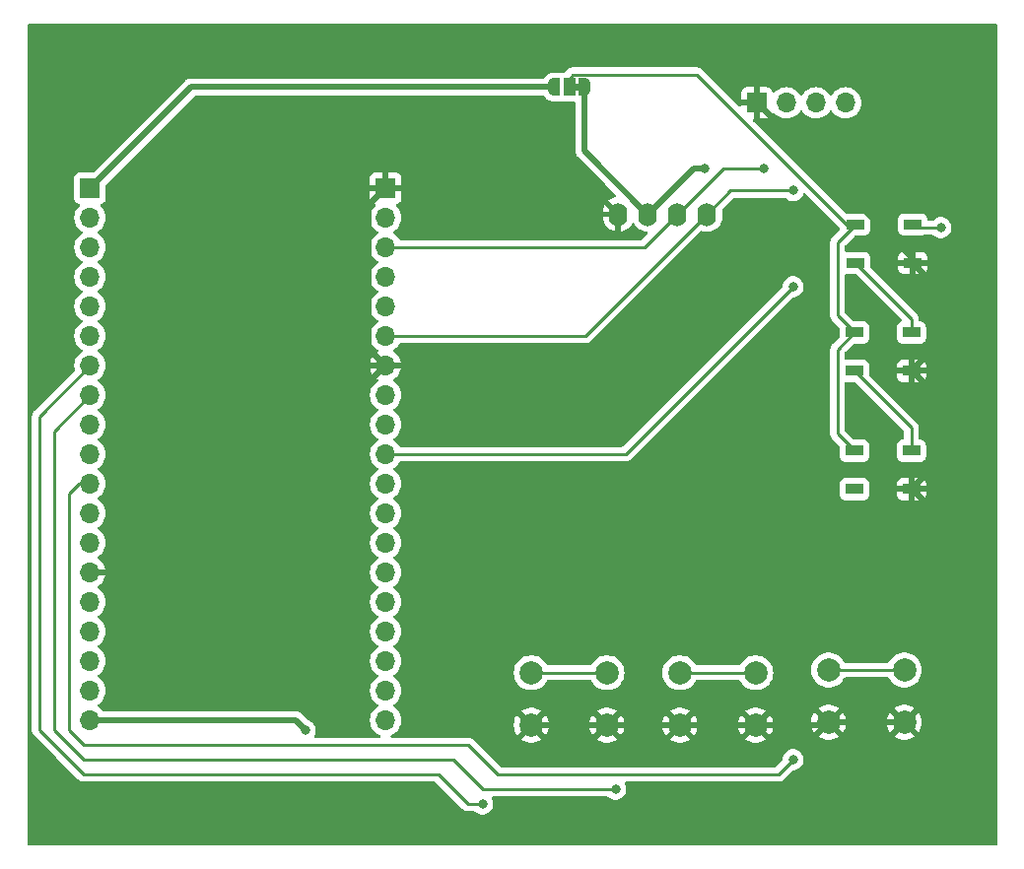
<source format=gbr>
%TF.GenerationSoftware,KiCad,Pcbnew,7.0.8-1.fc38*%
%TF.CreationDate,2023-11-06T19:13:25+00:00*%
%TF.ProjectId,Dev_habit_reminder,4465765f-6861-4626-9974-5f72656d696e,rev?*%
%TF.SameCoordinates,Original*%
%TF.FileFunction,Copper,L1,Top*%
%TF.FilePolarity,Positive*%
%FSLAX46Y46*%
G04 Gerber Fmt 4.6, Leading zero omitted, Abs format (unit mm)*
G04 Created by KiCad (PCBNEW 7.0.8-1.fc38) date 2023-11-06 19:13:25*
%MOMM*%
%LPD*%
G01*
G04 APERTURE LIST*
G04 Aperture macros list*
%AMFreePoly0*
4,1,19,0.550000,-0.750000,0.000000,-0.750000,0.000000,-0.744911,-0.071157,-0.744911,-0.207708,-0.704816,-0.327430,-0.627875,-0.420627,-0.520320,-0.479746,-0.390866,-0.500000,-0.250000,-0.500000,0.250000,-0.479746,0.390866,-0.420627,0.520320,-0.327430,0.627875,-0.207708,0.704816,-0.071157,0.744911,0.000000,0.744911,0.000000,0.750000,0.550000,0.750000,0.550000,-0.750000,0.550000,-0.750000,
$1*%
%AMFreePoly1*
4,1,19,0.000000,0.744911,0.071157,0.744911,0.207708,0.704816,0.327430,0.627875,0.420627,0.520320,0.479746,0.390866,0.500000,0.250000,0.500000,-0.250000,0.479746,-0.390866,0.420627,-0.520320,0.327430,-0.627875,0.207708,-0.704816,0.071157,-0.744911,0.000000,-0.744911,0.000000,-0.750000,-0.550000,-0.750000,-0.550000,0.750000,0.000000,0.750000,0.000000,0.744911,0.000000,0.744911,
$1*%
G04 Aperture macros list end*
%TA.AperFunction,ComponentPad*%
%ADD10R,1.700000X1.700000*%
%TD*%
%TA.AperFunction,ComponentPad*%
%ADD11O,1.700000X1.700000*%
%TD*%
%TA.AperFunction,SMDPad,CuDef*%
%ADD12R,1.500000X0.900000*%
%TD*%
%TA.AperFunction,ComponentPad*%
%ADD13O,1.600000X2.000000*%
%TD*%
%TA.AperFunction,ComponentPad*%
%ADD14C,2.000000*%
%TD*%
%TA.AperFunction,SMDPad,CuDef*%
%ADD15FreePoly0,180.000000*%
%TD*%
%TA.AperFunction,SMDPad,CuDef*%
%ADD16R,1.000000X1.500000*%
%TD*%
%TA.AperFunction,SMDPad,CuDef*%
%ADD17FreePoly1,180.000000*%
%TD*%
%TA.AperFunction,ViaPad*%
%ADD18C,0.800000*%
%TD*%
%TA.AperFunction,Conductor*%
%ADD19C,0.250000*%
%TD*%
%TA.AperFunction,Conductor*%
%ADD20C,0.500000*%
%TD*%
G04 APERTURE END LIST*
%TA.AperFunction,EtchedComponent*%
%TO.C,JP1*%
G36*
X154386402Y-64423762D02*
G01*
X153886402Y-64423762D01*
X153886402Y-63823762D01*
X154386402Y-63823762D01*
X154386402Y-64423762D01*
G37*
%TD.AperFunction*%
%TD*%
D10*
%TO.P,U1,1,3V3*%
%TO.N,+3.3V*%
X112319208Y-72805507D03*
D11*
%TO.P,U1,2,CHIP_PU*%
%TO.N,unconnected-(U1-CHIP_PU-Pad2)*%
X112319208Y-75345507D03*
%TO.P,U1,3,SENSOR_VP/GPIO36/ADC1_CH0*%
%TO.N,unconnected-(U1-SENSOR_VP{slash}GPIO36{slash}ADC1_CH0-Pad3)*%
X112319208Y-77885507D03*
%TO.P,U1,4,SENSOR_VN/GPIO39/ADC1_CH3*%
%TO.N,unconnected-(U1-SENSOR_VN{slash}GPIO39{slash}ADC1_CH3-Pad4)*%
X112319208Y-80425507D03*
%TO.P,U1,5,VDET_1/GPIO34/ADC1_CH6*%
%TO.N,unconnected-(U1-VDET_1{slash}GPIO34{slash}ADC1_CH6-Pad5)*%
X112319208Y-82965507D03*
%TO.P,U1,6,VDET_2/GPIO35/ADC1_CH7*%
%TO.N,unconnected-(U1-VDET_2{slash}GPIO35{slash}ADC1_CH7-Pad6)*%
X112319208Y-85505507D03*
%TO.P,U1,7,32K_XP/GPIO32/ADC1_CH4*%
%TO.N,/SW1*%
X112319208Y-88045507D03*
%TO.P,U1,8,32K_XN/GPIO33/ADC1_CH5*%
%TO.N,/SW2*%
X112319208Y-90585507D03*
%TO.P,U1,9,DAC_1/ADC2_CH8/GPIO25*%
%TO.N,unconnected-(U1-DAC_1{slash}ADC2_CH8{slash}GPIO25-Pad9)*%
X112319208Y-93125507D03*
%TO.P,U1,10,DAC_2/ADC2_CH9/GPIO26*%
%TO.N,unconnected-(U1-DAC_2{slash}ADC2_CH9{slash}GPIO26-Pad10)*%
X112319208Y-95665507D03*
%TO.P,U1,11,ADC2_CH7/GPIO27*%
%TO.N,/SW3*%
X112319208Y-98205507D03*
%TO.P,U1,12,MTMS/GPIO14/ADC2_CH6*%
%TO.N,unconnected-(U1-MTMS{slash}GPIO14{slash}ADC2_CH6-Pad12)*%
X112319208Y-100745507D03*
%TO.P,U1,13,MTDI/GPIO12/ADC2_CH5*%
%TO.N,unconnected-(U1-MTDI{slash}GPIO12{slash}ADC2_CH5-Pad13)*%
X112319208Y-103285507D03*
%TO.P,U1,14,GND*%
%TO.N,GND*%
X112319208Y-105825507D03*
%TO.P,U1,15,MTCK/GPIO13/ADC2_CH4*%
%TO.N,unconnected-(U1-MTCK{slash}GPIO13{slash}ADC2_CH4-Pad15)*%
X112319208Y-108365507D03*
%TO.P,U1,16,SD_DATA2/GPIO9*%
%TO.N,unconnected-(U1-SD_DATA2{slash}GPIO9-Pad16)*%
X112319208Y-110905507D03*
%TO.P,U1,17,SD_DATA3/GPIO10*%
%TO.N,unconnected-(U1-SD_DATA3{slash}GPIO10-Pad17)*%
X112319208Y-113445507D03*
%TO.P,U1,18,CMD*%
%TO.N,unconnected-(U1-CMD-Pad18)*%
X112319208Y-115985507D03*
%TO.P,U1,19,5V*%
%TO.N,+5V*%
X112319208Y-118525507D03*
%TO.P,U1,20,SD_CLK/GPIO6*%
%TO.N,unconnected-(U1-SD_CLK{slash}GPIO6-Pad20)*%
X137719208Y-118525507D03*
%TO.P,U1,21,SD_DATA0/GPIO7*%
%TO.N,unconnected-(U1-SD_DATA0{slash}GPIO7-Pad21)*%
X137719208Y-115985507D03*
%TO.P,U1,22,SD_DATA1/GPIO8*%
%TO.N,unconnected-(U1-SD_DATA1{slash}GPIO8-Pad22)*%
X137719208Y-113445507D03*
%TO.P,U1,23,MTDO/GPIO15/ADC2_CH3*%
%TO.N,unconnected-(U1-MTDO{slash}GPIO15{slash}ADC2_CH3-Pad23)*%
X137719208Y-110905507D03*
%TO.P,U1,24,ADC2_CH2/GPIO2*%
%TO.N,unconnected-(U1-ADC2_CH2{slash}GPIO2-Pad24)*%
X137719208Y-108365507D03*
%TO.P,U1,25,GPIO0/BOOT/ADC2_CH1*%
%TO.N,unconnected-(U1-GPIO0{slash}BOOT{slash}ADC2_CH1-Pad25)*%
X137719208Y-105825507D03*
%TO.P,U1,26,ADC2_CH0/GPIO4*%
%TO.N,unconnected-(U1-ADC2_CH0{slash}GPIO4-Pad26)*%
X137719208Y-103285507D03*
%TO.P,U1,27,GPIO16*%
%TO.N,unconnected-(U1-GPIO16-Pad27)*%
X137719208Y-100745507D03*
%TO.P,U1,28,GPIO17*%
%TO.N,unconnected-(U1-GPIO17-Pad28)*%
X137719208Y-98205507D03*
%TO.P,U1,29,GPIO5*%
%TO.N,/LED*%
X137719208Y-95665507D03*
%TO.P,U1,30,GPIO18*%
%TO.N,unconnected-(U1-GPIO18-Pad30)*%
X137719208Y-93125507D03*
%TO.P,U1,31,GPIO19*%
%TO.N,unconnected-(U1-GPIO19-Pad31)*%
X137719208Y-90585507D03*
%TO.P,U1,32,GND*%
%TO.N,GND*%
X137719208Y-88045507D03*
%TO.P,U1,33,GPIO21*%
%TO.N,/SDA*%
X137719208Y-85505507D03*
%TO.P,U1,34,U0RXD/GPIO3*%
%TO.N,unconnected-(U1-U0RXD{slash}GPIO3-Pad34)*%
X137719208Y-82965507D03*
%TO.P,U1,35,U0TXD/GPIO1*%
%TO.N,unconnected-(U1-U0TXD{slash}GPIO1-Pad35)*%
X137719208Y-80425507D03*
%TO.P,U1,36,GPIO22*%
%TO.N,/SCL*%
X137719208Y-77885507D03*
%TO.P,U1,37,GPIO23*%
%TO.N,unconnected-(U1-GPIO23-Pad37)*%
X137719208Y-75345507D03*
D10*
%TO.P,U1,38,GND*%
%TO.N,GND*%
X137719208Y-72805507D03*
%TD*%
D12*
%TO.P,D1,1,VDD*%
%TO.N,/OLED_PWR*%
X178070000Y-75937795D03*
%TO.P,D1,2,DOUT*%
%TO.N,Net-(D1-DOUT)*%
X178070000Y-79237795D03*
%TO.P,D1,3,VSS*%
%TO.N,GND*%
X182970000Y-79237795D03*
%TO.P,D1,4,DIN*%
%TO.N,/LED*%
X182970000Y-75937795D03*
%TD*%
D10*
%TO.P,J1,1,Pin_1*%
%TO.N,GND*%
X169590279Y-65481827D03*
D11*
%TO.P,J1,2,Pin_2*%
%TO.N,+5V*%
X172130279Y-65481827D03*
%TO.P,J1,3,Pin_3*%
%TO.N,/SCL*%
X174670279Y-65481827D03*
%TO.P,J1,4,Pin_4*%
%TO.N,/SDA*%
X177210279Y-65481827D03*
%TD*%
D13*
%TO.P,Brd1,1,GND*%
%TO.N,GND*%
X157700000Y-75060000D03*
%TO.P,Brd1,2,VCC*%
%TO.N,+5V*%
X160240000Y-75060000D03*
%TO.P,Brd1,3,SCL*%
%TO.N,/SCL*%
X162780000Y-75060000D03*
%TO.P,Brd1,4,SDA*%
%TO.N,/SDA*%
X165320000Y-75060000D03*
%TD*%
D14*
%TO.P,SW1,1,1*%
%TO.N,/SW1*%
X156726351Y-114449741D03*
X150226351Y-114449741D03*
%TO.P,SW1,2,2*%
%TO.N,GND*%
X156726351Y-118949741D03*
X150226351Y-118949741D03*
%TD*%
D15*
%TO.P,JP1,1,A*%
%TO.N,+5V*%
X154786402Y-64123762D03*
D16*
%TO.P,JP1,2,C*%
%TO.N,/OLED_PWR*%
X153486402Y-64123762D03*
D17*
%TO.P,JP1,3,B*%
%TO.N,+3.3V*%
X152186402Y-64123762D03*
%TD*%
D14*
%TO.P,SW2,1,1*%
%TO.N,/SW2*%
X169501351Y-114449741D03*
X163001351Y-114449741D03*
%TO.P,SW2,2,2*%
%TO.N,GND*%
X169501351Y-118949741D03*
X163001351Y-118949741D03*
%TD*%
D12*
%TO.P,D2,1,VDD*%
%TO.N,/OLED_PWR*%
X177980000Y-85207795D03*
%TO.P,D2,2,DOUT*%
%TO.N,Net-(D2-DOUT)*%
X177980000Y-88507795D03*
%TO.P,D2,3,VSS*%
%TO.N,GND*%
X182880000Y-88507795D03*
%TO.P,D2,4,DIN*%
%TO.N,Net-(D1-DOUT)*%
X182880000Y-85207795D03*
%TD*%
D14*
%TO.P,SW3,1,1*%
%TO.N,/SW3*%
X182276351Y-114214632D03*
X175776351Y-114214632D03*
%TO.P,SW3,2,2*%
%TO.N,GND*%
X182276351Y-118714632D03*
X175776351Y-118714632D03*
%TD*%
D12*
%TO.P,D3,1,VDD*%
%TO.N,/OLED_PWR*%
X177980000Y-95367795D03*
%TO.P,D3,2,DOUT*%
%TO.N,unconnected-(D3-DOUT-Pad2)*%
X177980000Y-98667795D03*
%TO.P,D3,3,VSS*%
%TO.N,GND*%
X182880000Y-98667795D03*
%TO.P,D3,4,DIN*%
%TO.N,Net-(D2-DOUT)*%
X182880000Y-95367795D03*
%TD*%
D18*
%TO.N,+5V*%
X130810000Y-119380000D03*
%TO.N,/SW1*%
X146050000Y-125730000D03*
%TO.N,/SW2*%
X157480000Y-124460000D03*
%TO.N,/SW3*%
X172720000Y-121920000D03*
%TO.N,+5V*%
X165100000Y-71120000D03*
%TO.N,/SCL*%
X170180000Y-71120000D03*
%TO.N,/SDA*%
X172720000Y-73015500D03*
%TO.N,/LED*%
X185420000Y-76200000D03*
X172720000Y-81280000D03*
%TD*%
D19*
%TO.N,/OLED_PWR*%
X177980000Y-85207795D02*
X176530000Y-83757795D01*
X176530000Y-83757795D02*
X176530000Y-77477795D01*
X176530000Y-77477795D02*
X178070000Y-75937795D01*
X177980000Y-95367795D02*
X176530000Y-93917795D01*
X176530000Y-93917795D02*
X176530000Y-86657795D01*
X176530000Y-86657795D02*
X177980000Y-85207795D01*
D20*
%TO.N,+5V*%
X112319208Y-118525507D02*
X129955507Y-118525507D01*
X129955507Y-118525507D02*
X130810000Y-119380000D01*
%TO.N,GND*%
X182880000Y-88507795D02*
X185420000Y-85967795D01*
X185420000Y-85967795D02*
X185420000Y-81687795D01*
X185420000Y-81687795D02*
X182970000Y-79237795D01*
X182880000Y-98667795D02*
X185420000Y-96127795D01*
X185420000Y-96127795D02*
X185420000Y-91047795D01*
X185420000Y-91047795D02*
X182880000Y-88507795D01*
X182276351Y-118714632D02*
X185420000Y-115570983D01*
X185420000Y-115570983D02*
X185420000Y-101207795D01*
X185420000Y-101207795D02*
X182880000Y-98667795D01*
D19*
%TO.N,/SW1*%
X142240000Y-123190000D02*
X144780000Y-125730000D01*
X111760000Y-123190000D02*
X142240000Y-123190000D01*
X107950000Y-92414715D02*
X107950000Y-93980000D01*
X112319208Y-88045507D02*
X107950000Y-92414715D01*
X107950000Y-93980000D02*
X107950000Y-119380000D01*
X144780000Y-125730000D02*
X146050000Y-125730000D01*
X107950000Y-119380000D02*
X111760000Y-123190000D01*
%TO.N,/SW2*%
X143510000Y-121920000D02*
X146050000Y-124460000D01*
X146050000Y-124460000D02*
X157480000Y-124460000D01*
X109220000Y-93684715D02*
X109220000Y-95250000D01*
X112319208Y-90585507D02*
X109220000Y-93684715D01*
X111760000Y-121920000D02*
X143510000Y-121920000D01*
X109220000Y-95250000D02*
X109220000Y-119380000D01*
X109220000Y-119380000D02*
X111760000Y-121920000D01*
%TO.N,/SW3*%
X112319208Y-98205507D02*
X111344493Y-98205507D01*
X171450000Y-123190000D02*
X172720000Y-121920000D01*
X144780000Y-120650000D02*
X147320000Y-123190000D01*
X110490000Y-119380000D02*
X111760000Y-120650000D01*
X110490000Y-99060000D02*
X110490000Y-119380000D01*
X140970000Y-120650000D02*
X144780000Y-120650000D01*
X111344493Y-98205507D02*
X110490000Y-99060000D01*
X111760000Y-120650000D02*
X140970000Y-120650000D01*
X147320000Y-123190000D02*
X171450000Y-123190000D01*
X175776351Y-114214632D02*
X182276351Y-114214632D01*
%TO.N,/SW2*%
X163001351Y-114449741D02*
X169501351Y-114449741D01*
D20*
%TO.N,GND*%
X175776351Y-118714632D02*
X182276351Y-118714632D01*
X169501351Y-118949741D02*
X175541242Y-118949741D01*
X175541242Y-118949741D02*
X175776351Y-118714632D01*
X163001351Y-118949741D02*
X169501351Y-118949741D01*
X156726351Y-118949741D02*
X163001351Y-118949741D01*
X150226351Y-118949741D02*
X156726351Y-118949741D01*
D19*
%TO.N,/SW1*%
X150226351Y-114449741D02*
X156726351Y-114449741D01*
D20*
%TO.N,+5V*%
X154786402Y-64123762D02*
X154786402Y-69606402D01*
X154786402Y-69606402D02*
X160240000Y-75060000D01*
X164180000Y-71120000D02*
X165100000Y-71120000D01*
X160240000Y-75060000D02*
X164180000Y-71120000D01*
%TO.N,GND*%
X136269208Y-74255507D02*
X137719208Y-72805507D01*
X136269208Y-86595507D02*
X136269208Y-74255507D01*
X119939208Y-105825507D02*
X137719208Y-88045507D01*
X182970000Y-78861548D02*
X182970000Y-79237795D01*
X169590279Y-65481827D02*
X182970000Y-78861548D01*
X155445507Y-72805507D02*
X157700000Y-75060000D01*
X137719208Y-88045507D02*
X136269208Y-86595507D01*
X112319208Y-105825507D02*
X119939208Y-105825507D01*
X137719208Y-72805507D02*
X155445507Y-72805507D01*
D19*
%TO.N,/SCL*%
X162780000Y-75060000D02*
X166720000Y-71120000D01*
X159954493Y-77885507D02*
X137719208Y-77885507D01*
X162780000Y-75060000D02*
X159954493Y-77885507D01*
X166720000Y-71120000D02*
X170180000Y-71120000D01*
%TO.N,/SDA*%
X165320000Y-75060000D02*
X154874493Y-85505507D01*
X167364500Y-73015500D02*
X172720000Y-73015500D01*
X154874493Y-85505507D02*
X137719208Y-85505507D01*
X165320000Y-75060000D02*
X167364500Y-73015500D01*
%TO.N,/OLED_PWR*%
X153486402Y-64123762D02*
X153486402Y-63373762D01*
X164430967Y-63048762D02*
X177320000Y-75937795D01*
X153811402Y-63048762D02*
X164430967Y-63048762D01*
X153486402Y-63373762D02*
X153811402Y-63048762D01*
X177320000Y-75937795D02*
X178070000Y-75937795D01*
%TO.N,Net-(D1-DOUT)*%
X178070000Y-79237795D02*
X182880000Y-84047795D01*
X182880000Y-84047795D02*
X182880000Y-85207795D01*
%TO.N,/LED*%
X185420000Y-76200000D02*
X183232205Y-76200000D01*
X137719208Y-95665507D02*
X158334493Y-95665507D01*
X158334493Y-95665507D02*
X172720000Y-81280000D01*
X183232205Y-76200000D02*
X182970000Y-75937795D01*
%TO.N,Net-(D2-DOUT)*%
X182880000Y-93407795D02*
X182880000Y-95367795D01*
X177980000Y-88507795D02*
X182880000Y-93407795D01*
D20*
%TO.N,+3.3V*%
X121000953Y-64123762D02*
X112319208Y-72805507D01*
X152186402Y-64123762D02*
X121000953Y-64123762D01*
%TD*%
%TA.AperFunction,Conductor*%
%TO.N,GND*%
G36*
X151311975Y-64893947D02*
G01*
X151349249Y-64931220D01*
X151379305Y-64977988D01*
X151379307Y-64977991D01*
X151379313Y-64977999D01*
X151447660Y-65056875D01*
X151473459Y-65086649D01*
X151473462Y-65086652D01*
X151582232Y-65180901D01*
X151642709Y-65219767D01*
X151703180Y-65258630D01*
X151703182Y-65258630D01*
X151703186Y-65258633D01*
X151834102Y-65318420D01*
X151972057Y-65358927D01*
X152114513Y-65379409D01*
X152114516Y-65379409D01*
X152736402Y-65379409D01*
X152808363Y-65374262D01*
X152820415Y-65370722D01*
X152870953Y-65369369D01*
X152871206Y-65367024D01*
X152887789Y-65368806D01*
X152938529Y-65374262D01*
X153911902Y-65374261D01*
X153978941Y-65393945D01*
X154024696Y-65446749D01*
X154035902Y-65498261D01*
X154035902Y-69542696D01*
X154034593Y-69560665D01*
X154031112Y-69584427D01*
X154035666Y-69636466D01*
X154035902Y-69641872D01*
X154035902Y-69650111D01*
X154039708Y-69682676D01*
X154046402Y-69759193D01*
X154047863Y-69766269D01*
X154047805Y-69766280D01*
X154049436Y-69773639D01*
X154049494Y-69773626D01*
X154051159Y-69780652D01*
X154077427Y-69852826D01*
X154101587Y-69925733D01*
X154104638Y-69932276D01*
X154104584Y-69932300D01*
X154107872Y-69939090D01*
X154107923Y-69939065D01*
X154111163Y-69945515D01*
X154111164Y-69945516D01*
X154111165Y-69945519D01*
X154153367Y-70009685D01*
X154193689Y-70075057D01*
X154198168Y-70080721D01*
X154198121Y-70080758D01*
X154202884Y-70086604D01*
X154202930Y-70086566D01*
X154207575Y-70092102D01*
X154220454Y-70104252D01*
X154263420Y-70144788D01*
X156598687Y-72480055D01*
X157495111Y-73376478D01*
X157528596Y-73437801D01*
X157523612Y-73507493D01*
X157481740Y-73563426D01*
X157439524Y-73583934D01*
X157253680Y-73633731D01*
X157253673Y-73633734D01*
X157047517Y-73729865D01*
X156861179Y-73860342D01*
X156700342Y-74021179D01*
X156569865Y-74207517D01*
X156473734Y-74413673D01*
X156473730Y-74413682D01*
X156414860Y-74633389D01*
X156414858Y-74633400D01*
X156400000Y-74803237D01*
X156400000Y-74810000D01*
X157266314Y-74810000D01*
X157240507Y-74850156D01*
X157200000Y-74988111D01*
X157200000Y-75131889D01*
X157240507Y-75269844D01*
X157266314Y-75310000D01*
X156400000Y-75310000D01*
X156400000Y-75316763D01*
X156414858Y-75486599D01*
X156414860Y-75486610D01*
X156473730Y-75706317D01*
X156473734Y-75706326D01*
X156569865Y-75912482D01*
X156700342Y-76098820D01*
X156861179Y-76259657D01*
X157047517Y-76390134D01*
X157253673Y-76486265D01*
X157253682Y-76486269D01*
X157449999Y-76538872D01*
X157450000Y-76538871D01*
X157450000Y-75495501D01*
X157557685Y-75544680D01*
X157664237Y-75560000D01*
X157735763Y-75560000D01*
X157842315Y-75544680D01*
X157950000Y-75495501D01*
X157950000Y-76538872D01*
X158146317Y-76486269D01*
X158146326Y-76486265D01*
X158352482Y-76390134D01*
X158538820Y-76259657D01*
X158699657Y-76098820D01*
X158830132Y-75912484D01*
X158857341Y-75854134D01*
X158903513Y-75801695D01*
X158970707Y-75782542D01*
X159037588Y-75802757D01*
X159082106Y-75854133D01*
X159109431Y-75912732D01*
X159109432Y-75912734D01*
X159239954Y-76099141D01*
X159400858Y-76260045D01*
X159400861Y-76260047D01*
X159587266Y-76390568D01*
X159793504Y-76486739D01*
X160013308Y-76545635D01*
X160112971Y-76554354D01*
X160178039Y-76579806D01*
X160219018Y-76636397D01*
X160222896Y-76706159D01*
X160189844Y-76765563D01*
X159731721Y-77223688D01*
X159670398Y-77257173D01*
X159644040Y-77260007D01*
X138994435Y-77260007D01*
X138927396Y-77240322D01*
X138892860Y-77207130D01*
X138757702Y-77014104D01*
X138590610Y-76847013D01*
X138590604Y-76847008D01*
X138405050Y-76717082D01*
X138361425Y-76662505D01*
X138354231Y-76593007D01*
X138385754Y-76530652D01*
X138405050Y-76513932D01*
X138445886Y-76485338D01*
X138590609Y-76384002D01*
X138757703Y-76216908D01*
X138893243Y-76023337D01*
X138993111Y-75809170D01*
X139054271Y-75580915D01*
X139074867Y-75345507D01*
X139054271Y-75110099D01*
X138993111Y-74881844D01*
X138893243Y-74667678D01*
X138870395Y-74635048D01*
X138757704Y-74474107D01*
X138697270Y-74413673D01*
X138635387Y-74351790D01*
X138601904Y-74290470D01*
X138606888Y-74220778D01*
X138648759Y-74164844D01*
X138679737Y-74147929D01*
X138811294Y-74098861D01*
X138811301Y-74098857D01*
X138926395Y-74012697D01*
X138926398Y-74012694D01*
X139012558Y-73897600D01*
X139012562Y-73897593D01*
X139062804Y-73762886D01*
X139062806Y-73762879D01*
X139069207Y-73703351D01*
X139069208Y-73703334D01*
X139069208Y-73055507D01*
X138152894Y-73055507D01*
X138178701Y-73015351D01*
X138219208Y-72877396D01*
X138219208Y-72733618D01*
X138178701Y-72595663D01*
X138152894Y-72555507D01*
X139069208Y-72555507D01*
X139069208Y-71907679D01*
X139069207Y-71907662D01*
X139062806Y-71848134D01*
X139062804Y-71848127D01*
X139012562Y-71713420D01*
X139012558Y-71713413D01*
X138926398Y-71598319D01*
X138926395Y-71598316D01*
X138811301Y-71512156D01*
X138811294Y-71512152D01*
X138676587Y-71461910D01*
X138676580Y-71461908D01*
X138617052Y-71455507D01*
X137969208Y-71455507D01*
X137969208Y-72370005D01*
X137861523Y-72320827D01*
X137754971Y-72305507D01*
X137683445Y-72305507D01*
X137576893Y-72320827D01*
X137469208Y-72370005D01*
X137469208Y-71455507D01*
X136821363Y-71455507D01*
X136761835Y-71461908D01*
X136761828Y-71461910D01*
X136627121Y-71512152D01*
X136627114Y-71512156D01*
X136512020Y-71598316D01*
X136512017Y-71598319D01*
X136425857Y-71713413D01*
X136425853Y-71713420D01*
X136375611Y-71848127D01*
X136375609Y-71848134D01*
X136369208Y-71907662D01*
X136369208Y-72555507D01*
X137285522Y-72555507D01*
X137259715Y-72595663D01*
X137219208Y-72733618D01*
X137219208Y-72877396D01*
X137259715Y-73015351D01*
X137285522Y-73055507D01*
X136369208Y-73055507D01*
X136369208Y-73703351D01*
X136375609Y-73762879D01*
X136375611Y-73762886D01*
X136425853Y-73897593D01*
X136425857Y-73897600D01*
X136512017Y-74012694D01*
X136512020Y-74012697D01*
X136627114Y-74098857D01*
X136627121Y-74098861D01*
X136758678Y-74147928D01*
X136814611Y-74189799D01*
X136839029Y-74255263D01*
X136824178Y-74323536D01*
X136803027Y-74351791D01*
X136680711Y-74474107D01*
X136545173Y-74667676D01*
X136545172Y-74667678D01*
X136445306Y-74881842D01*
X136445302Y-74881851D01*
X136384146Y-75110093D01*
X136384144Y-75110103D01*
X136363549Y-75345506D01*
X136363549Y-75345507D01*
X136384144Y-75580910D01*
X136384146Y-75580920D01*
X136445302Y-75809162D01*
X136445304Y-75809166D01*
X136445305Y-75809170D01*
X136493597Y-75912732D01*
X136545173Y-76023337D01*
X136545175Y-76023341D01*
X136680709Y-76216902D01*
X136680714Y-76216909D01*
X136847805Y-76384000D01*
X136847811Y-76384005D01*
X137033366Y-76513932D01*
X137076991Y-76568509D01*
X137084185Y-76638007D01*
X137052662Y-76700362D01*
X137033366Y-76717082D01*
X136847805Y-76847012D01*
X136680713Y-77014104D01*
X136545173Y-77207676D01*
X136545172Y-77207678D01*
X136445306Y-77421842D01*
X136445302Y-77421851D01*
X136384146Y-77650093D01*
X136384144Y-77650103D01*
X136363549Y-77885506D01*
X136363549Y-77885507D01*
X136384144Y-78120910D01*
X136384146Y-78120920D01*
X136445302Y-78349162D01*
X136445304Y-78349166D01*
X136445305Y-78349170D01*
X136491838Y-78448960D01*
X136545173Y-78563337D01*
X136545175Y-78563341D01*
X136627079Y-78680311D01*
X136680709Y-78756903D01*
X136680714Y-78756909D01*
X136847805Y-78924000D01*
X136847811Y-78924005D01*
X137033366Y-79053932D01*
X137076991Y-79108509D01*
X137084185Y-79178007D01*
X137052662Y-79240362D01*
X137033366Y-79257082D01*
X136847805Y-79387012D01*
X136680713Y-79554104D01*
X136545173Y-79747676D01*
X136545172Y-79747678D01*
X136445306Y-79961842D01*
X136445302Y-79961851D01*
X136384146Y-80190093D01*
X136384144Y-80190103D01*
X136363549Y-80425506D01*
X136363549Y-80425507D01*
X136384144Y-80660910D01*
X136384146Y-80660920D01*
X136445302Y-80889162D01*
X136445304Y-80889166D01*
X136445305Y-80889170D01*
X136539765Y-81091740D01*
X136545173Y-81103337D01*
X136545175Y-81103341D01*
X136680709Y-81296902D01*
X136680714Y-81296909D01*
X136847805Y-81464000D01*
X136847811Y-81464005D01*
X137033366Y-81593932D01*
X137076991Y-81648509D01*
X137084185Y-81718007D01*
X137052662Y-81780362D01*
X137033366Y-81797082D01*
X136847805Y-81927012D01*
X136680713Y-82094104D01*
X136545173Y-82287676D01*
X136545172Y-82287678D01*
X136445306Y-82501842D01*
X136445302Y-82501851D01*
X136384146Y-82730093D01*
X136384144Y-82730103D01*
X136363549Y-82965506D01*
X136363549Y-82965507D01*
X136384144Y-83200910D01*
X136384146Y-83200920D01*
X136445302Y-83429162D01*
X136445304Y-83429166D01*
X136445305Y-83429170D01*
X136494665Y-83535023D01*
X136545173Y-83643337D01*
X136545175Y-83643341D01*
X136680709Y-83836902D01*
X136680714Y-83836909D01*
X136847805Y-84004000D01*
X136847811Y-84004005D01*
X137033366Y-84133932D01*
X137076991Y-84188509D01*
X137084185Y-84258007D01*
X137052662Y-84320362D01*
X137033366Y-84337082D01*
X136847805Y-84467012D01*
X136680713Y-84634104D01*
X136545173Y-84827676D01*
X136545172Y-84827678D01*
X136445306Y-85041842D01*
X136445302Y-85041851D01*
X136384146Y-85270093D01*
X136384144Y-85270103D01*
X136363549Y-85505506D01*
X136363549Y-85505507D01*
X136384144Y-85740910D01*
X136384146Y-85740920D01*
X136445302Y-85969162D01*
X136445304Y-85969166D01*
X136445305Y-85969170D01*
X136491838Y-86068960D01*
X136545173Y-86183337D01*
X136545175Y-86183341D01*
X136587169Y-86243314D01*
X136680709Y-86376903D01*
X136680714Y-86376909D01*
X136847805Y-86544000D01*
X136847811Y-86544005D01*
X137033802Y-86674237D01*
X137077427Y-86728814D01*
X137084621Y-86798312D01*
X137053098Y-86860667D01*
X137033803Y-86877387D01*
X136848130Y-87007397D01*
X136848128Y-87007398D01*
X136681099Y-87174427D01*
X136681094Y-87174433D01*
X136545608Y-87367927D01*
X136545607Y-87367929D01*
X136445778Y-87582014D01*
X136445775Y-87582020D01*
X136388572Y-87795506D01*
X136388572Y-87795507D01*
X137285522Y-87795507D01*
X137259715Y-87835663D01*
X137219208Y-87973618D01*
X137219208Y-88117396D01*
X137259715Y-88255351D01*
X137285522Y-88295507D01*
X136388572Y-88295507D01*
X136445775Y-88508993D01*
X136445778Y-88508999D01*
X136545607Y-88723085D01*
X136681102Y-88916589D01*
X136848125Y-89083612D01*
X137033803Y-89213626D01*
X137077427Y-89268203D01*
X137084620Y-89337702D01*
X137053098Y-89400056D01*
X137033803Y-89416776D01*
X136847802Y-89547015D01*
X136680713Y-89714104D01*
X136545173Y-89907676D01*
X136545172Y-89907678D01*
X136445306Y-90121842D01*
X136445302Y-90121851D01*
X136384146Y-90350093D01*
X136384144Y-90350103D01*
X136363549Y-90585506D01*
X136363549Y-90585507D01*
X136384144Y-90820910D01*
X136384146Y-90820920D01*
X136445302Y-91049162D01*
X136445304Y-91049166D01*
X136445305Y-91049170D01*
X136545173Y-91263337D01*
X136545175Y-91263341D01*
X136680709Y-91456902D01*
X136680714Y-91456909D01*
X136847805Y-91624000D01*
X136847811Y-91624005D01*
X137033366Y-91753932D01*
X137076991Y-91808509D01*
X137084185Y-91878007D01*
X137052662Y-91940362D01*
X137033366Y-91957082D01*
X136847805Y-92087012D01*
X136680713Y-92254104D01*
X136545173Y-92447676D01*
X136545172Y-92447678D01*
X136445306Y-92661842D01*
X136445302Y-92661851D01*
X136384146Y-92890093D01*
X136384144Y-92890103D01*
X136363549Y-93125506D01*
X136363549Y-93125507D01*
X136384144Y-93360910D01*
X136384146Y-93360920D01*
X136445302Y-93589162D01*
X136445304Y-93589166D01*
X136445305Y-93589170D01*
X136493204Y-93691889D01*
X136545173Y-93803337D01*
X136545175Y-93803341D01*
X136680709Y-93996902D01*
X136680714Y-93996909D01*
X136847805Y-94164000D01*
X136847811Y-94164005D01*
X137033366Y-94293932D01*
X137076991Y-94348509D01*
X137084185Y-94418007D01*
X137052662Y-94480362D01*
X137033366Y-94497082D01*
X136847805Y-94627012D01*
X136680713Y-94794104D01*
X136545173Y-94987676D01*
X136545172Y-94987678D01*
X136445306Y-95201842D01*
X136445302Y-95201851D01*
X136384146Y-95430093D01*
X136384144Y-95430103D01*
X136363549Y-95665506D01*
X136363549Y-95665507D01*
X136384144Y-95900910D01*
X136384146Y-95900920D01*
X136445302Y-96129162D01*
X136445304Y-96129166D01*
X136445305Y-96129170D01*
X136491838Y-96228960D01*
X136545173Y-96343337D01*
X136545175Y-96343341D01*
X136653489Y-96498028D01*
X136680709Y-96536903D01*
X136680714Y-96536909D01*
X136847805Y-96704000D01*
X136847811Y-96704005D01*
X137033366Y-96833932D01*
X137076991Y-96888509D01*
X137084185Y-96958007D01*
X137052662Y-97020362D01*
X137033366Y-97037082D01*
X136847805Y-97167012D01*
X136680713Y-97334104D01*
X136545173Y-97527676D01*
X136545172Y-97527678D01*
X136445306Y-97741842D01*
X136445302Y-97741851D01*
X136384146Y-97970093D01*
X136384144Y-97970103D01*
X136363549Y-98205506D01*
X136363549Y-98205507D01*
X136384144Y-98440910D01*
X136384146Y-98440920D01*
X136445302Y-98669162D01*
X136445304Y-98669166D01*
X136445305Y-98669170D01*
X136545173Y-98883337D01*
X136545175Y-98883341D01*
X136680709Y-99076902D01*
X136680714Y-99076909D01*
X136847805Y-99244000D01*
X136847811Y-99244005D01*
X137033366Y-99373932D01*
X137076991Y-99428509D01*
X137084185Y-99498007D01*
X137052662Y-99560362D01*
X137033366Y-99577082D01*
X136847805Y-99707012D01*
X136680713Y-99874104D01*
X136545173Y-100067676D01*
X136545172Y-100067678D01*
X136445306Y-100281842D01*
X136445302Y-100281851D01*
X136384146Y-100510093D01*
X136384144Y-100510103D01*
X136363549Y-100745506D01*
X136363549Y-100745507D01*
X136384144Y-100980910D01*
X136384146Y-100980920D01*
X136445302Y-101209162D01*
X136445304Y-101209166D01*
X136445305Y-101209170D01*
X136515500Y-101359703D01*
X136545173Y-101423337D01*
X136545175Y-101423341D01*
X136680709Y-101616902D01*
X136680714Y-101616909D01*
X136847805Y-101784000D01*
X136847811Y-101784005D01*
X137033366Y-101913932D01*
X137076991Y-101968509D01*
X137084185Y-102038007D01*
X137052662Y-102100362D01*
X137033366Y-102117082D01*
X136847805Y-102247012D01*
X136680713Y-102414104D01*
X136545173Y-102607676D01*
X136545172Y-102607678D01*
X136445306Y-102821842D01*
X136445302Y-102821851D01*
X136384146Y-103050093D01*
X136384144Y-103050103D01*
X136363549Y-103285506D01*
X136363549Y-103285507D01*
X136384144Y-103520910D01*
X136384146Y-103520920D01*
X136445302Y-103749162D01*
X136445304Y-103749166D01*
X136445305Y-103749170D01*
X136515500Y-103899703D01*
X136545173Y-103963337D01*
X136545175Y-103963341D01*
X136680709Y-104156902D01*
X136680714Y-104156909D01*
X136847805Y-104324000D01*
X136847811Y-104324005D01*
X137033366Y-104453932D01*
X137076991Y-104508509D01*
X137084185Y-104578007D01*
X137052662Y-104640362D01*
X137033366Y-104657082D01*
X136847805Y-104787012D01*
X136680713Y-104954104D01*
X136545173Y-105147676D01*
X136545172Y-105147678D01*
X136445306Y-105361842D01*
X136445302Y-105361851D01*
X136384146Y-105590093D01*
X136384144Y-105590103D01*
X136363549Y-105825506D01*
X136363549Y-105825507D01*
X136384144Y-106060910D01*
X136384146Y-106060920D01*
X136445302Y-106289162D01*
X136445304Y-106289166D01*
X136445305Y-106289170D01*
X136545055Y-106503085D01*
X136545173Y-106503337D01*
X136545175Y-106503341D01*
X136680709Y-106696902D01*
X136680714Y-106696909D01*
X136847805Y-106864000D01*
X136847811Y-106864005D01*
X137033366Y-106993932D01*
X137076991Y-107048509D01*
X137084185Y-107118007D01*
X137052662Y-107180362D01*
X137033366Y-107197082D01*
X136847805Y-107327012D01*
X136680713Y-107494104D01*
X136545173Y-107687676D01*
X136545172Y-107687678D01*
X136445306Y-107901842D01*
X136445302Y-107901851D01*
X136384146Y-108130093D01*
X136384144Y-108130103D01*
X136363549Y-108365506D01*
X136363549Y-108365507D01*
X136384144Y-108600910D01*
X136384146Y-108600920D01*
X136445302Y-108829162D01*
X136445304Y-108829166D01*
X136445305Y-108829170D01*
X136515500Y-108979703D01*
X136545173Y-109043337D01*
X136545175Y-109043341D01*
X136680709Y-109236902D01*
X136680714Y-109236909D01*
X136847805Y-109404000D01*
X136847811Y-109404005D01*
X137033366Y-109533932D01*
X137076991Y-109588509D01*
X137084185Y-109658007D01*
X137052662Y-109720362D01*
X137033366Y-109737082D01*
X136847805Y-109867012D01*
X136680713Y-110034104D01*
X136545173Y-110227676D01*
X136545172Y-110227678D01*
X136445306Y-110441842D01*
X136445302Y-110441851D01*
X136384146Y-110670093D01*
X136384144Y-110670103D01*
X136363549Y-110905506D01*
X136363549Y-110905507D01*
X136384144Y-111140910D01*
X136384146Y-111140920D01*
X136445302Y-111369162D01*
X136445304Y-111369166D01*
X136445305Y-111369170D01*
X136515500Y-111519703D01*
X136545173Y-111583337D01*
X136545175Y-111583341D01*
X136680709Y-111776902D01*
X136680714Y-111776909D01*
X136847805Y-111944000D01*
X136847811Y-111944005D01*
X137033366Y-112073932D01*
X137076991Y-112128509D01*
X137084185Y-112198007D01*
X137052662Y-112260362D01*
X137033366Y-112277082D01*
X136847805Y-112407012D01*
X136680713Y-112574104D01*
X136545173Y-112767676D01*
X136545172Y-112767678D01*
X136445306Y-112981842D01*
X136445302Y-112981851D01*
X136384146Y-113210093D01*
X136384144Y-113210103D01*
X136363549Y-113445506D01*
X136363549Y-113445507D01*
X136384144Y-113680910D01*
X136384146Y-113680920D01*
X136445302Y-113909162D01*
X136445304Y-113909166D01*
X136445305Y-113909170D01*
X136515500Y-114059703D01*
X136545173Y-114123337D01*
X136545175Y-114123341D01*
X136680709Y-114316902D01*
X136680714Y-114316909D01*
X136847805Y-114484000D01*
X136847811Y-114484005D01*
X137033366Y-114613932D01*
X137076991Y-114668509D01*
X137084185Y-114738007D01*
X137052662Y-114800362D01*
X137033366Y-114817082D01*
X136847805Y-114947012D01*
X136680713Y-115114104D01*
X136545173Y-115307676D01*
X136545172Y-115307678D01*
X136445306Y-115521842D01*
X136445302Y-115521851D01*
X136384146Y-115750093D01*
X136384144Y-115750103D01*
X136363549Y-115985506D01*
X136363549Y-115985507D01*
X136384144Y-116220910D01*
X136384146Y-116220920D01*
X136445302Y-116449162D01*
X136445304Y-116449166D01*
X136445305Y-116449170D01*
X136515500Y-116599703D01*
X136545173Y-116663337D01*
X136545175Y-116663341D01*
X136680709Y-116856902D01*
X136680714Y-116856909D01*
X136847805Y-117024000D01*
X136847811Y-117024005D01*
X137033366Y-117153932D01*
X137076991Y-117208509D01*
X137084185Y-117278007D01*
X137052662Y-117340362D01*
X137033366Y-117357082D01*
X136847805Y-117487012D01*
X136680713Y-117654104D01*
X136545173Y-117847676D01*
X136545172Y-117847678D01*
X136445306Y-118061842D01*
X136445302Y-118061851D01*
X136384146Y-118290093D01*
X136384144Y-118290103D01*
X136363549Y-118525506D01*
X136363549Y-118525507D01*
X136384144Y-118760910D01*
X136384146Y-118760920D01*
X136445302Y-118989162D01*
X136445304Y-118989166D01*
X136445305Y-118989170D01*
X136538479Y-119188981D01*
X136545173Y-119203337D01*
X136545175Y-119203341D01*
X136620521Y-119310945D01*
X136680713Y-119396908D01*
X136847807Y-119564002D01*
X136942616Y-119630388D01*
X137041373Y-119699539D01*
X137041375Y-119699540D01*
X137041378Y-119699542D01*
X137231330Y-119788118D01*
X137283769Y-119834290D01*
X137302921Y-119901484D01*
X137282705Y-119968365D01*
X137229540Y-120013700D01*
X137178925Y-120024500D01*
X131692480Y-120024500D01*
X131625441Y-120004815D01*
X131579686Y-119952011D01*
X131569742Y-119882853D01*
X131585093Y-119838500D01*
X131600631Y-119811587D01*
X131637179Y-119748284D01*
X131695674Y-119568256D01*
X131715460Y-119380000D01*
X131695674Y-119191744D01*
X131637179Y-119011716D01*
X131542533Y-118847784D01*
X131415871Y-118707112D01*
X131374076Y-118676746D01*
X131262734Y-118595851D01*
X131262729Y-118595848D01*
X131089807Y-118518857D01*
X131089802Y-118518855D01*
X131024669Y-118505011D01*
X130963187Y-118471818D01*
X130962769Y-118471402D01*
X130531236Y-118039868D01*
X130519456Y-118026237D01*
X130511989Y-118016208D01*
X130505119Y-118006979D01*
X130494733Y-117998264D01*
X130465094Y-117973393D01*
X130461119Y-117969751D01*
X130458197Y-117966829D01*
X130455287Y-117963918D01*
X130429547Y-117943566D01*
X130370716Y-117894201D01*
X130364687Y-117890236D01*
X130364719Y-117890187D01*
X130358360Y-117886135D01*
X130358329Y-117886186D01*
X130352187Y-117882398D01*
X130352185Y-117882397D01*
X130352184Y-117882396D01*
X130312981Y-117864115D01*
X130282565Y-117849931D01*
X130248401Y-117832774D01*
X130213940Y-117815467D01*
X130213938Y-117815466D01*
X130213937Y-117815466D01*
X130207152Y-117812996D01*
X130207172Y-117812940D01*
X130200056Y-117810466D01*
X130200038Y-117810522D01*
X130193178Y-117808249D01*
X130165348Y-117802503D01*
X130117941Y-117792714D01*
X130068979Y-117781110D01*
X130043226Y-117775006D01*
X130036054Y-117774168D01*
X130036060Y-117774108D01*
X130028562Y-117773342D01*
X130028557Y-117773402D01*
X130021367Y-117772772D01*
X129944590Y-117775007D01*
X113506909Y-117775007D01*
X113439870Y-117755322D01*
X113405334Y-117722130D01*
X113357702Y-117654104D01*
X113190610Y-117487013D01*
X113190604Y-117487008D01*
X113005050Y-117357082D01*
X112961425Y-117302505D01*
X112954231Y-117233007D01*
X112985754Y-117170652D01*
X113005050Y-117153932D01*
X113027234Y-117138398D01*
X113190609Y-117024002D01*
X113357703Y-116856908D01*
X113493243Y-116663337D01*
X113593111Y-116449170D01*
X113654271Y-116220915D01*
X113674867Y-115985507D01*
X113654271Y-115750099D01*
X113593111Y-115521844D01*
X113493243Y-115307678D01*
X113394283Y-115166347D01*
X113357702Y-115114104D01*
X113190610Y-114947013D01*
X113190604Y-114947008D01*
X113005050Y-114817082D01*
X112961425Y-114762505D01*
X112954231Y-114693007D01*
X112985754Y-114630652D01*
X113005050Y-114613932D01*
X113027234Y-114598398D01*
X113190609Y-114484002D01*
X113357703Y-114316908D01*
X113493243Y-114123337D01*
X113593111Y-113909170D01*
X113654271Y-113680915D01*
X113674867Y-113445507D01*
X113654271Y-113210099D01*
X113593111Y-112981844D01*
X113493243Y-112767678D01*
X113357703Y-112574106D01*
X113357702Y-112574104D01*
X113190610Y-112407013D01*
X113190604Y-112407008D01*
X113005050Y-112277082D01*
X112961425Y-112222505D01*
X112954231Y-112153007D01*
X112985754Y-112090652D01*
X113005050Y-112073932D01*
X113027234Y-112058398D01*
X113190609Y-111944002D01*
X113357703Y-111776908D01*
X113493243Y-111583337D01*
X113593111Y-111369170D01*
X113654271Y-111140915D01*
X113674867Y-110905507D01*
X113654271Y-110670099D01*
X113593111Y-110441844D01*
X113493243Y-110227678D01*
X113357703Y-110034106D01*
X113357702Y-110034104D01*
X113190610Y-109867013D01*
X113190604Y-109867008D01*
X113005050Y-109737082D01*
X112961425Y-109682505D01*
X112954231Y-109613007D01*
X112985754Y-109550652D01*
X113005050Y-109533932D01*
X113027234Y-109518398D01*
X113190609Y-109404002D01*
X113357703Y-109236908D01*
X113493243Y-109043337D01*
X113593111Y-108829170D01*
X113654271Y-108600915D01*
X113674867Y-108365507D01*
X113654271Y-108130099D01*
X113593111Y-107901844D01*
X113493243Y-107687678D01*
X113357703Y-107494106D01*
X113357702Y-107494104D01*
X113190610Y-107327013D01*
X113190609Y-107327012D01*
X113004613Y-107196776D01*
X112960989Y-107142199D01*
X112953796Y-107072700D01*
X112985318Y-107010346D01*
X113004613Y-106993626D01*
X113190290Y-106863612D01*
X113357313Y-106696589D01*
X113492808Y-106503085D01*
X113592637Y-106288999D01*
X113592640Y-106288993D01*
X113649844Y-106075507D01*
X112752894Y-106075507D01*
X112778701Y-106035351D01*
X112819208Y-105897396D01*
X112819208Y-105753618D01*
X112778701Y-105615663D01*
X112752894Y-105575507D01*
X113649844Y-105575507D01*
X113649843Y-105575506D01*
X113592640Y-105362020D01*
X113592637Y-105362014D01*
X113492808Y-105147929D01*
X113492807Y-105147927D01*
X113357321Y-104954433D01*
X113357316Y-104954427D01*
X113190286Y-104787397D01*
X113004613Y-104657386D01*
X112960988Y-104602809D01*
X112953796Y-104533311D01*
X112985318Y-104470956D01*
X113004614Y-104454237D01*
X113005050Y-104453932D01*
X113190609Y-104324002D01*
X113357703Y-104156908D01*
X113493243Y-103963337D01*
X113593111Y-103749170D01*
X113654271Y-103520915D01*
X113674867Y-103285507D01*
X113654271Y-103050099D01*
X113593111Y-102821844D01*
X113493243Y-102607678D01*
X113357703Y-102414106D01*
X113357702Y-102414104D01*
X113190610Y-102247013D01*
X113190604Y-102247008D01*
X113005050Y-102117082D01*
X112961425Y-102062505D01*
X112954231Y-101993007D01*
X112985754Y-101930652D01*
X113005050Y-101913932D01*
X113027234Y-101898398D01*
X113190609Y-101784002D01*
X113357703Y-101616908D01*
X113493243Y-101423337D01*
X113593111Y-101209170D01*
X113654271Y-100980915D01*
X113674867Y-100745507D01*
X113654271Y-100510099D01*
X113593111Y-100281844D01*
X113493243Y-100067678D01*
X113357703Y-99874106D01*
X113357702Y-99874104D01*
X113190610Y-99707013D01*
X113190604Y-99707008D01*
X113005050Y-99577082D01*
X112961425Y-99522505D01*
X112954231Y-99453007D01*
X112985754Y-99390652D01*
X113005050Y-99373932D01*
X113083372Y-99319090D01*
X113190609Y-99244002D01*
X113357703Y-99076908D01*
X113493243Y-98883337D01*
X113593111Y-98669170D01*
X113654271Y-98440915D01*
X113674867Y-98205507D01*
X113654271Y-97970099D01*
X113593111Y-97741844D01*
X113493243Y-97527678D01*
X113357703Y-97334106D01*
X113357702Y-97334104D01*
X113190610Y-97167013D01*
X113190604Y-97167008D01*
X113005050Y-97037082D01*
X112961425Y-96982505D01*
X112954231Y-96913007D01*
X112985754Y-96850652D01*
X113005050Y-96833932D01*
X113027234Y-96818398D01*
X113190609Y-96704002D01*
X113357703Y-96536908D01*
X113493243Y-96343337D01*
X113593111Y-96129170D01*
X113654271Y-95900915D01*
X113674867Y-95665507D01*
X113654271Y-95430099D01*
X113593111Y-95201844D01*
X113493243Y-94987678D01*
X113492860Y-94987130D01*
X113357702Y-94794104D01*
X113190610Y-94627013D01*
X113190604Y-94627008D01*
X113005050Y-94497082D01*
X112961425Y-94442505D01*
X112954231Y-94373007D01*
X112985754Y-94310652D01*
X113005050Y-94293932D01*
X113027234Y-94278398D01*
X113190609Y-94164002D01*
X113357703Y-93996908D01*
X113493243Y-93803337D01*
X113593111Y-93589170D01*
X113654271Y-93360915D01*
X113674867Y-93125507D01*
X113654271Y-92890099D01*
X113593111Y-92661844D01*
X113493243Y-92447678D01*
X113492864Y-92447136D01*
X113357702Y-92254104D01*
X113190610Y-92087013D01*
X113190604Y-92087008D01*
X113005050Y-91957082D01*
X112961425Y-91902505D01*
X112954231Y-91833007D01*
X112985754Y-91770652D01*
X113005050Y-91753932D01*
X113027234Y-91738398D01*
X113190609Y-91624002D01*
X113357703Y-91456908D01*
X113493243Y-91263337D01*
X113593111Y-91049170D01*
X113654271Y-90820915D01*
X113674867Y-90585507D01*
X113654271Y-90350099D01*
X113593111Y-90121844D01*
X113493243Y-89907678D01*
X113357703Y-89714106D01*
X113357702Y-89714104D01*
X113190610Y-89547013D01*
X113190604Y-89547008D01*
X113005050Y-89417082D01*
X112961425Y-89362505D01*
X112954231Y-89293007D01*
X112985754Y-89230652D01*
X113005050Y-89213932D01*
X113027234Y-89198398D01*
X113190609Y-89084002D01*
X113357703Y-88916908D01*
X113493243Y-88723337D01*
X113593111Y-88509170D01*
X113654271Y-88280915D01*
X113674867Y-88045507D01*
X113654271Y-87810099D01*
X113593111Y-87581844D01*
X113493243Y-87367678D01*
X113357703Y-87174106D01*
X113357702Y-87174104D01*
X113190610Y-87007013D01*
X113190604Y-87007008D01*
X113005050Y-86877082D01*
X112961425Y-86822505D01*
X112954231Y-86753007D01*
X112985754Y-86690652D01*
X113005050Y-86673932D01*
X113098399Y-86608568D01*
X113190609Y-86544002D01*
X113357703Y-86376908D01*
X113493243Y-86183337D01*
X113593111Y-85969170D01*
X113654271Y-85740915D01*
X113674867Y-85505507D01*
X113654271Y-85270099D01*
X113593111Y-85041844D01*
X113493243Y-84827678D01*
X113492860Y-84827130D01*
X113357702Y-84634104D01*
X113190610Y-84467013D01*
X113190604Y-84467008D01*
X113005050Y-84337082D01*
X112961425Y-84282505D01*
X112954231Y-84213007D01*
X112985754Y-84150652D01*
X113005050Y-84133932D01*
X113027234Y-84118398D01*
X113190609Y-84004002D01*
X113357703Y-83836908D01*
X113493243Y-83643337D01*
X113593111Y-83429170D01*
X113654271Y-83200915D01*
X113674867Y-82965507D01*
X113654271Y-82730099D01*
X113593111Y-82501844D01*
X113493243Y-82287678D01*
X113443628Y-82216819D01*
X113357702Y-82094104D01*
X113190610Y-81927013D01*
X113190604Y-81927008D01*
X113005050Y-81797082D01*
X112961425Y-81742505D01*
X112954231Y-81673007D01*
X112985754Y-81610652D01*
X113005050Y-81593932D01*
X113184529Y-81468259D01*
X113190609Y-81464002D01*
X113357703Y-81296908D01*
X113493243Y-81103337D01*
X113593111Y-80889170D01*
X113654271Y-80660915D01*
X113674867Y-80425507D01*
X113654271Y-80190099D01*
X113593111Y-79961844D01*
X113493243Y-79747678D01*
X113484814Y-79735639D01*
X113357702Y-79554104D01*
X113190610Y-79387013D01*
X113190604Y-79387008D01*
X113005050Y-79257082D01*
X112961425Y-79202505D01*
X112954231Y-79133007D01*
X112985754Y-79070652D01*
X113005050Y-79053932D01*
X113099503Y-78987795D01*
X113190609Y-78924002D01*
X113357703Y-78756908D01*
X113493243Y-78563337D01*
X113593111Y-78349170D01*
X113654271Y-78120915D01*
X113674867Y-77885507D01*
X113654271Y-77650099D01*
X113593111Y-77421844D01*
X113493243Y-77207678D01*
X113492860Y-77207130D01*
X113357702Y-77014104D01*
X113190610Y-76847013D01*
X113190604Y-76847008D01*
X113005050Y-76717082D01*
X112961425Y-76662505D01*
X112954231Y-76593007D01*
X112985754Y-76530652D01*
X113005050Y-76513932D01*
X113045886Y-76485338D01*
X113190609Y-76384002D01*
X113357703Y-76216908D01*
X113493243Y-76023337D01*
X113593111Y-75809170D01*
X113654271Y-75580915D01*
X113674867Y-75345507D01*
X113654271Y-75110099D01*
X113593111Y-74881844D01*
X113493243Y-74667678D01*
X113470395Y-74635048D01*
X113357704Y-74474107D01*
X113297270Y-74413673D01*
X113235775Y-74352178D01*
X113202292Y-74290858D01*
X113207276Y-74221166D01*
X113249147Y-74165232D01*
X113280123Y-74148317D01*
X113411539Y-74099303D01*
X113526754Y-74013053D01*
X113613004Y-73897838D01*
X113663299Y-73762990D01*
X113669708Y-73703380D01*
X113669707Y-72567735D01*
X113689392Y-72500697D01*
X113706021Y-72480060D01*
X121275501Y-64910581D01*
X121336824Y-64877096D01*
X121363182Y-64874262D01*
X151244936Y-64874262D01*
X151311975Y-64893947D01*
G37*
%TD.AperFunction*%
%TA.AperFunction,Conductor*%
G36*
X190192539Y-58690185D02*
G01*
X190238294Y-58742989D01*
X190249500Y-58794500D01*
X190249500Y-129165500D01*
X190229815Y-129232539D01*
X190177011Y-129278294D01*
X190125500Y-129289500D01*
X107054500Y-129289500D01*
X106987461Y-129269815D01*
X106941706Y-129217011D01*
X106930500Y-129165500D01*
X106930500Y-92394910D01*
X107319840Y-92394910D01*
X107324225Y-92441298D01*
X107324500Y-92447136D01*
X107324500Y-119297255D01*
X107322775Y-119312872D01*
X107323061Y-119312899D01*
X107322326Y-119320665D01*
X107324500Y-119389814D01*
X107324500Y-119419343D01*
X107324501Y-119419360D01*
X107325368Y-119426231D01*
X107325826Y-119432050D01*
X107327290Y-119478624D01*
X107327291Y-119478627D01*
X107332880Y-119497867D01*
X107336824Y-119516911D01*
X107339336Y-119536792D01*
X107355634Y-119577958D01*
X107356490Y-119580119D01*
X107358382Y-119585647D01*
X107371381Y-119630388D01*
X107381580Y-119647634D01*
X107390136Y-119665100D01*
X107397514Y-119683732D01*
X107424898Y-119721423D01*
X107428106Y-119726307D01*
X107451827Y-119766416D01*
X107451833Y-119766424D01*
X107465990Y-119780580D01*
X107478628Y-119795376D01*
X107490405Y-119811586D01*
X107490406Y-119811587D01*
X107526309Y-119841288D01*
X107530620Y-119845210D01*
X109417150Y-121731740D01*
X111259194Y-123573784D01*
X111269019Y-123586048D01*
X111269240Y-123585866D01*
X111274210Y-123591873D01*
X111274213Y-123591876D01*
X111274214Y-123591877D01*
X111324651Y-123639241D01*
X111345530Y-123660120D01*
X111351004Y-123664366D01*
X111355442Y-123668156D01*
X111389418Y-123700062D01*
X111389422Y-123700064D01*
X111406973Y-123709713D01*
X111423231Y-123720392D01*
X111439064Y-123732674D01*
X111461015Y-123742172D01*
X111481837Y-123751183D01*
X111487081Y-123753752D01*
X111527908Y-123776197D01*
X111547312Y-123781179D01*
X111565710Y-123787478D01*
X111584105Y-123795438D01*
X111630129Y-123802726D01*
X111635832Y-123803907D01*
X111680981Y-123815500D01*
X111701016Y-123815500D01*
X111720413Y-123817026D01*
X111740196Y-123820160D01*
X111786584Y-123815775D01*
X111792422Y-123815500D01*
X141929548Y-123815500D01*
X141996587Y-123835185D01*
X142017229Y-123851819D01*
X144279197Y-126113788D01*
X144289022Y-126126051D01*
X144289243Y-126125869D01*
X144294214Y-126131878D01*
X144320217Y-126156295D01*
X144344635Y-126179226D01*
X144365529Y-126200120D01*
X144371011Y-126204373D01*
X144375443Y-126208157D01*
X144409418Y-126240062D01*
X144426976Y-126249714D01*
X144443235Y-126260395D01*
X144459064Y-126272673D01*
X144501838Y-126291182D01*
X144507056Y-126293738D01*
X144547908Y-126316197D01*
X144567316Y-126321180D01*
X144585717Y-126327480D01*
X144604104Y-126335437D01*
X144647488Y-126342308D01*
X144650119Y-126342725D01*
X144655839Y-126343909D01*
X144700981Y-126355500D01*
X144721016Y-126355500D01*
X144740414Y-126357026D01*
X144760194Y-126360159D01*
X144760195Y-126360160D01*
X144760195Y-126360159D01*
X144760196Y-126360160D01*
X144806584Y-126355775D01*
X144812422Y-126355500D01*
X145346252Y-126355500D01*
X145413291Y-126375185D01*
X145438400Y-126396526D01*
X145444126Y-126402885D01*
X145444130Y-126402889D01*
X145597265Y-126514148D01*
X145597270Y-126514151D01*
X145770192Y-126591142D01*
X145770197Y-126591144D01*
X145955354Y-126630500D01*
X145955355Y-126630500D01*
X146144644Y-126630500D01*
X146144646Y-126630500D01*
X146329803Y-126591144D01*
X146502730Y-126514151D01*
X146655871Y-126402888D01*
X146782533Y-126262216D01*
X146877179Y-126098284D01*
X146935674Y-125918256D01*
X146955460Y-125730000D01*
X146935674Y-125541744D01*
X146877179Y-125361716D01*
X146825093Y-125271500D01*
X146808620Y-125203599D01*
X146831473Y-125137573D01*
X146886394Y-125094382D01*
X146932480Y-125085500D01*
X156776252Y-125085500D01*
X156843291Y-125105185D01*
X156868400Y-125126526D01*
X156874126Y-125132885D01*
X156874130Y-125132889D01*
X157027265Y-125244148D01*
X157027270Y-125244151D01*
X157200192Y-125321142D01*
X157200197Y-125321144D01*
X157385354Y-125360500D01*
X157385355Y-125360500D01*
X157574644Y-125360500D01*
X157574646Y-125360500D01*
X157759803Y-125321144D01*
X157932730Y-125244151D01*
X158085871Y-125132888D01*
X158212533Y-124992216D01*
X158307179Y-124828284D01*
X158365674Y-124648256D01*
X158385460Y-124460000D01*
X158365674Y-124271744D01*
X158307179Y-124091716D01*
X158255093Y-124001500D01*
X158238620Y-123933599D01*
X158261473Y-123867573D01*
X158316394Y-123824382D01*
X158362480Y-123815500D01*
X171367257Y-123815500D01*
X171382877Y-123817224D01*
X171382904Y-123816939D01*
X171390660Y-123817671D01*
X171390667Y-123817673D01*
X171459814Y-123815500D01*
X171489350Y-123815500D01*
X171496228Y-123814630D01*
X171502041Y-123814172D01*
X171548627Y-123812709D01*
X171567869Y-123807117D01*
X171586912Y-123803174D01*
X171606792Y-123800664D01*
X171650122Y-123783507D01*
X171655646Y-123781617D01*
X171659396Y-123780527D01*
X171700390Y-123768618D01*
X171717629Y-123758422D01*
X171735103Y-123749862D01*
X171753727Y-123742488D01*
X171753727Y-123742487D01*
X171753732Y-123742486D01*
X171791449Y-123715082D01*
X171796305Y-123711892D01*
X171836420Y-123688170D01*
X171850589Y-123673999D01*
X171865379Y-123661368D01*
X171881587Y-123649594D01*
X171911299Y-123613676D01*
X171915212Y-123609376D01*
X172667772Y-122856819D01*
X172729095Y-122823334D01*
X172755453Y-122820500D01*
X172814644Y-122820500D01*
X172814646Y-122820500D01*
X172999803Y-122781144D01*
X173172730Y-122704151D01*
X173325871Y-122592888D01*
X173452533Y-122452216D01*
X173547179Y-122288284D01*
X173605674Y-122108256D01*
X173625460Y-121920000D01*
X173605674Y-121731744D01*
X173547179Y-121551716D01*
X173452533Y-121387784D01*
X173325871Y-121247112D01*
X173325870Y-121247111D01*
X173172734Y-121135851D01*
X173172729Y-121135848D01*
X172999807Y-121058857D01*
X172999802Y-121058855D01*
X172854001Y-121027865D01*
X172814646Y-121019500D01*
X172625354Y-121019500D01*
X172592897Y-121026398D01*
X172440197Y-121058855D01*
X172440192Y-121058857D01*
X172267270Y-121135848D01*
X172267265Y-121135851D01*
X172114129Y-121247111D01*
X171987466Y-121387785D01*
X171892821Y-121551715D01*
X171892818Y-121551722D01*
X171834327Y-121731740D01*
X171834326Y-121731744D01*
X171816679Y-121899649D01*
X171790094Y-121964263D01*
X171781039Y-121974368D01*
X171227228Y-122528181D01*
X171165905Y-122561666D01*
X171139547Y-122564500D01*
X147630453Y-122564500D01*
X147563414Y-122544815D01*
X147542772Y-122528181D01*
X145280803Y-120266212D01*
X145270980Y-120253950D01*
X145270759Y-120254134D01*
X145265786Y-120248123D01*
X145215364Y-120200773D01*
X145204919Y-120190328D01*
X145194475Y-120179883D01*
X145188986Y-120175625D01*
X145184561Y-120171847D01*
X145150582Y-120139938D01*
X145150580Y-120139936D01*
X145150577Y-120139935D01*
X145133029Y-120130288D01*
X145116763Y-120119604D01*
X145100933Y-120107325D01*
X145058168Y-120088818D01*
X145052922Y-120086248D01*
X145012093Y-120063803D01*
X145012092Y-120063802D01*
X144992693Y-120058822D01*
X144974281Y-120052518D01*
X144955898Y-120044562D01*
X144955892Y-120044560D01*
X144909874Y-120037272D01*
X144904152Y-120036087D01*
X144859021Y-120024500D01*
X144859019Y-120024500D01*
X144838984Y-120024500D01*
X144819586Y-120022973D01*
X144812162Y-120021797D01*
X144799805Y-120019840D01*
X144799804Y-120019840D01*
X144753416Y-120024225D01*
X144747578Y-120024500D01*
X138259491Y-120024500D01*
X138192452Y-120004815D01*
X138146697Y-119952011D01*
X138136753Y-119882853D01*
X138165778Y-119819297D01*
X138207084Y-119788118D01*
X138397038Y-119699542D01*
X138590609Y-119564002D01*
X138757703Y-119396908D01*
X138893243Y-119203337D01*
X138993111Y-118989170D01*
X139003675Y-118949746D01*
X148721210Y-118949746D01*
X148741736Y-119197470D01*
X148741738Y-119197479D01*
X148802763Y-119438458D01*
X148902617Y-119666105D01*
X149002915Y-119819623D01*
X149700421Y-119122117D01*
X149703235Y-119135656D01*
X149772793Y-119269897D01*
X149875989Y-119380393D01*
X150005170Y-119458950D01*
X150056353Y-119473290D01*
X149356293Y-120173350D01*
X149403119Y-120209796D01*
X149403121Y-120209797D01*
X149621736Y-120328105D01*
X149621747Y-120328110D01*
X149856857Y-120408824D01*
X150102058Y-120449741D01*
X150350644Y-120449741D01*
X150595844Y-120408824D01*
X150830954Y-120328110D01*
X150830965Y-120328105D01*
X151049579Y-120209798D01*
X151049582Y-120209796D01*
X151096407Y-120173350D01*
X150397919Y-119474862D01*
X150514809Y-119424090D01*
X150632090Y-119328675D01*
X150719279Y-119205156D01*
X150749705Y-119119543D01*
X151449785Y-119819623D01*
X151550082Y-119666110D01*
X151649938Y-119438458D01*
X151710963Y-119197479D01*
X151710965Y-119197470D01*
X151731492Y-118949746D01*
X155221210Y-118949746D01*
X155241736Y-119197470D01*
X155241738Y-119197479D01*
X155302763Y-119438458D01*
X155402617Y-119666105D01*
X155502915Y-119819623D01*
X156200421Y-119122117D01*
X156203235Y-119135656D01*
X156272793Y-119269897D01*
X156375989Y-119380393D01*
X156505170Y-119458950D01*
X156556353Y-119473290D01*
X155856293Y-120173350D01*
X155903119Y-120209796D01*
X155903121Y-120209797D01*
X156121736Y-120328105D01*
X156121747Y-120328110D01*
X156356857Y-120408824D01*
X156602058Y-120449741D01*
X156850644Y-120449741D01*
X157095844Y-120408824D01*
X157330954Y-120328110D01*
X157330965Y-120328105D01*
X157549579Y-120209798D01*
X157549582Y-120209796D01*
X157596407Y-120173350D01*
X156897919Y-119474862D01*
X157014809Y-119424090D01*
X157132090Y-119328675D01*
X157219279Y-119205156D01*
X157249705Y-119119543D01*
X157949785Y-119819623D01*
X158050082Y-119666110D01*
X158149938Y-119438458D01*
X158210963Y-119197479D01*
X158210965Y-119197470D01*
X158231492Y-118949746D01*
X161496210Y-118949746D01*
X161516736Y-119197470D01*
X161516738Y-119197479D01*
X161577763Y-119438458D01*
X161677617Y-119666105D01*
X161777915Y-119819623D01*
X162475421Y-119122117D01*
X162478235Y-119135656D01*
X162547793Y-119269897D01*
X162650989Y-119380393D01*
X162780170Y-119458950D01*
X162831353Y-119473290D01*
X162131293Y-120173350D01*
X162178119Y-120209796D01*
X162178121Y-120209797D01*
X162396736Y-120328105D01*
X162396747Y-120328110D01*
X162631857Y-120408824D01*
X162877058Y-120449741D01*
X163125644Y-120449741D01*
X163370844Y-120408824D01*
X163605954Y-120328110D01*
X163605965Y-120328105D01*
X163824579Y-120209798D01*
X163824582Y-120209796D01*
X163871407Y-120173350D01*
X163172919Y-119474862D01*
X163289809Y-119424090D01*
X163407090Y-119328675D01*
X163494279Y-119205156D01*
X163524705Y-119119543D01*
X164224785Y-119819623D01*
X164325082Y-119666110D01*
X164424938Y-119438458D01*
X164485963Y-119197479D01*
X164485965Y-119197470D01*
X164506492Y-118949746D01*
X167996210Y-118949746D01*
X168016736Y-119197470D01*
X168016738Y-119197479D01*
X168077763Y-119438458D01*
X168177617Y-119666105D01*
X168277915Y-119819623D01*
X168975421Y-119122117D01*
X168978235Y-119135656D01*
X169047793Y-119269897D01*
X169150989Y-119380393D01*
X169280170Y-119458950D01*
X169331353Y-119473290D01*
X168631293Y-120173350D01*
X168678119Y-120209796D01*
X168678121Y-120209797D01*
X168896736Y-120328105D01*
X168896747Y-120328110D01*
X169131857Y-120408824D01*
X169377058Y-120449741D01*
X169625644Y-120449741D01*
X169870844Y-120408824D01*
X170105954Y-120328110D01*
X170105965Y-120328105D01*
X170324579Y-120209798D01*
X170324582Y-120209796D01*
X170371407Y-120173350D01*
X169672919Y-119474862D01*
X169789809Y-119424090D01*
X169907090Y-119328675D01*
X169994279Y-119205156D01*
X170024705Y-119119543D01*
X170724785Y-119819623D01*
X170825082Y-119666110D01*
X170924938Y-119438458D01*
X170985963Y-119197479D01*
X170985965Y-119197470D01*
X171006492Y-118949746D01*
X171006492Y-118949735D01*
X170987011Y-118714637D01*
X174271210Y-118714637D01*
X174291736Y-118962361D01*
X174291738Y-118962370D01*
X174352763Y-119203349D01*
X174452617Y-119430996D01*
X174552915Y-119584514D01*
X175250421Y-118887008D01*
X175253235Y-118900547D01*
X175322793Y-119034788D01*
X175425989Y-119145284D01*
X175555170Y-119223841D01*
X175606353Y-119238181D01*
X174906293Y-119938241D01*
X174953119Y-119974687D01*
X174953121Y-119974688D01*
X175171736Y-120092996D01*
X175171747Y-120093001D01*
X175406857Y-120173715D01*
X175652058Y-120214632D01*
X175900644Y-120214632D01*
X176145844Y-120173715D01*
X176380954Y-120093001D01*
X176380965Y-120092996D01*
X176599579Y-119974689D01*
X176599582Y-119974687D01*
X176646407Y-119938241D01*
X175947919Y-119239753D01*
X176064809Y-119188981D01*
X176182090Y-119093566D01*
X176269279Y-118970047D01*
X176299705Y-118884434D01*
X176999785Y-119584514D01*
X177100082Y-119431001D01*
X177199938Y-119203349D01*
X177260963Y-118962370D01*
X177260965Y-118962361D01*
X177281492Y-118714637D01*
X180771210Y-118714637D01*
X180791736Y-118962361D01*
X180791738Y-118962370D01*
X180852763Y-119203349D01*
X180952617Y-119430996D01*
X181052915Y-119584514D01*
X181750421Y-118887008D01*
X181753235Y-118900547D01*
X181822793Y-119034788D01*
X181925989Y-119145284D01*
X182055170Y-119223841D01*
X182106353Y-119238181D01*
X181406293Y-119938241D01*
X181453119Y-119974687D01*
X181453121Y-119974688D01*
X181671736Y-120092996D01*
X181671747Y-120093001D01*
X181906857Y-120173715D01*
X182152058Y-120214632D01*
X182400644Y-120214632D01*
X182645844Y-120173715D01*
X182880954Y-120093001D01*
X182880965Y-120092996D01*
X183099579Y-119974689D01*
X183099582Y-119974687D01*
X183146407Y-119938241D01*
X182447919Y-119239753D01*
X182564809Y-119188981D01*
X182682090Y-119093566D01*
X182769279Y-118970047D01*
X182799705Y-118884434D01*
X183499785Y-119584514D01*
X183600082Y-119431001D01*
X183699938Y-119203349D01*
X183760963Y-118962370D01*
X183760965Y-118962361D01*
X183781492Y-118714637D01*
X183781492Y-118714626D01*
X183760965Y-118466902D01*
X183760963Y-118466893D01*
X183699938Y-118225914D01*
X183600082Y-117998262D01*
X183499785Y-117844748D01*
X182802280Y-118542254D01*
X182799467Y-118528717D01*
X182729909Y-118394476D01*
X182626713Y-118283980D01*
X182497532Y-118205423D01*
X182446348Y-118191082D01*
X183146408Y-117491022D01*
X183146407Y-117491021D01*
X183099580Y-117454575D01*
X182880965Y-117336267D01*
X182880954Y-117336262D01*
X182645844Y-117255548D01*
X182400644Y-117214632D01*
X182152058Y-117214632D01*
X181906857Y-117255548D01*
X181671747Y-117336262D01*
X181671741Y-117336264D01*
X181453112Y-117454581D01*
X181406293Y-117491020D01*
X181406293Y-117491022D01*
X182104782Y-118189510D01*
X181987893Y-118240283D01*
X181870612Y-118335698D01*
X181783423Y-118459217D01*
X181752996Y-118544829D01*
X181052915Y-117844748D01*
X180952618Y-117998264D01*
X180852763Y-118225914D01*
X180791738Y-118466893D01*
X180791736Y-118466902D01*
X180771210Y-118714626D01*
X180771210Y-118714637D01*
X177281492Y-118714637D01*
X177281492Y-118714626D01*
X177260965Y-118466902D01*
X177260963Y-118466893D01*
X177199938Y-118225914D01*
X177100082Y-117998262D01*
X176999785Y-117844748D01*
X176302280Y-118542254D01*
X176299467Y-118528717D01*
X176229909Y-118394476D01*
X176126713Y-118283980D01*
X175997532Y-118205423D01*
X175946348Y-118191082D01*
X176646408Y-117491022D01*
X176646407Y-117491021D01*
X176599580Y-117454575D01*
X176380965Y-117336267D01*
X176380954Y-117336262D01*
X176145844Y-117255548D01*
X175900644Y-117214632D01*
X175652058Y-117214632D01*
X175406857Y-117255548D01*
X175171747Y-117336262D01*
X175171741Y-117336264D01*
X174953112Y-117454581D01*
X174906293Y-117491020D01*
X174906293Y-117491022D01*
X175604782Y-118189510D01*
X175487893Y-118240283D01*
X175370612Y-118335698D01*
X175283423Y-118459217D01*
X175252996Y-118544829D01*
X174552915Y-117844748D01*
X174452618Y-117998264D01*
X174352763Y-118225914D01*
X174291738Y-118466893D01*
X174291736Y-118466902D01*
X174271210Y-118714626D01*
X174271210Y-118714637D01*
X170987011Y-118714637D01*
X170985965Y-118702011D01*
X170985963Y-118702002D01*
X170924938Y-118461023D01*
X170825082Y-118233371D01*
X170724785Y-118079857D01*
X170027280Y-118777363D01*
X170024467Y-118763826D01*
X169954909Y-118629585D01*
X169851713Y-118519089D01*
X169722532Y-118440532D01*
X169671348Y-118426191D01*
X170371408Y-117726131D01*
X170371407Y-117726130D01*
X170324580Y-117689684D01*
X170105965Y-117571376D01*
X170105954Y-117571371D01*
X169870844Y-117490657D01*
X169625644Y-117449741D01*
X169377058Y-117449741D01*
X169131857Y-117490657D01*
X168896747Y-117571371D01*
X168896741Y-117571373D01*
X168678112Y-117689690D01*
X168631293Y-117726129D01*
X168631293Y-117726131D01*
X169329782Y-118424619D01*
X169212893Y-118475392D01*
X169095612Y-118570807D01*
X169008423Y-118694326D01*
X168977996Y-118779938D01*
X168277915Y-118079857D01*
X168177618Y-118233373D01*
X168077763Y-118461023D01*
X168016738Y-118702002D01*
X168016736Y-118702011D01*
X167996210Y-118949735D01*
X167996210Y-118949746D01*
X164506492Y-118949746D01*
X164506492Y-118949735D01*
X164485965Y-118702011D01*
X164485963Y-118702002D01*
X164424938Y-118461023D01*
X164325082Y-118233371D01*
X164224785Y-118079857D01*
X163527280Y-118777363D01*
X163524467Y-118763826D01*
X163454909Y-118629585D01*
X163351713Y-118519089D01*
X163222532Y-118440532D01*
X163171348Y-118426191D01*
X163871408Y-117726131D01*
X163871407Y-117726130D01*
X163824580Y-117689684D01*
X163605965Y-117571376D01*
X163605954Y-117571371D01*
X163370844Y-117490657D01*
X163125644Y-117449741D01*
X162877058Y-117449741D01*
X162631857Y-117490657D01*
X162396747Y-117571371D01*
X162396741Y-117571373D01*
X162178112Y-117689690D01*
X162131293Y-117726129D01*
X162131293Y-117726131D01*
X162829782Y-118424619D01*
X162712893Y-118475392D01*
X162595612Y-118570807D01*
X162508423Y-118694326D01*
X162477996Y-118779938D01*
X161777915Y-118079857D01*
X161677618Y-118233373D01*
X161577763Y-118461023D01*
X161516738Y-118702002D01*
X161516736Y-118702011D01*
X161496210Y-118949735D01*
X161496210Y-118949746D01*
X158231492Y-118949746D01*
X158231492Y-118949735D01*
X158210965Y-118702011D01*
X158210963Y-118702002D01*
X158149938Y-118461023D01*
X158050082Y-118233371D01*
X157949785Y-118079857D01*
X157252280Y-118777363D01*
X157249467Y-118763826D01*
X157179909Y-118629585D01*
X157076713Y-118519089D01*
X156947532Y-118440532D01*
X156896348Y-118426191D01*
X157596408Y-117726131D01*
X157596407Y-117726130D01*
X157549580Y-117689684D01*
X157330965Y-117571376D01*
X157330954Y-117571371D01*
X157095844Y-117490657D01*
X156850644Y-117449741D01*
X156602058Y-117449741D01*
X156356857Y-117490657D01*
X156121747Y-117571371D01*
X156121741Y-117571373D01*
X155903112Y-117689690D01*
X155856293Y-117726129D01*
X155856293Y-117726131D01*
X156554782Y-118424619D01*
X156437893Y-118475392D01*
X156320612Y-118570807D01*
X156233423Y-118694326D01*
X156202996Y-118779938D01*
X155502915Y-118079857D01*
X155402618Y-118233373D01*
X155302763Y-118461023D01*
X155241738Y-118702002D01*
X155241736Y-118702011D01*
X155221210Y-118949735D01*
X155221210Y-118949746D01*
X151731492Y-118949746D01*
X151731492Y-118949735D01*
X151710965Y-118702011D01*
X151710963Y-118702002D01*
X151649938Y-118461023D01*
X151550082Y-118233371D01*
X151449785Y-118079857D01*
X150752280Y-118777363D01*
X150749467Y-118763826D01*
X150679909Y-118629585D01*
X150576713Y-118519089D01*
X150447532Y-118440532D01*
X150396348Y-118426191D01*
X151096408Y-117726131D01*
X151096407Y-117726130D01*
X151049580Y-117689684D01*
X150830965Y-117571376D01*
X150830954Y-117571371D01*
X150595844Y-117490657D01*
X150350644Y-117449741D01*
X150102058Y-117449741D01*
X149856857Y-117490657D01*
X149621747Y-117571371D01*
X149621741Y-117571373D01*
X149403112Y-117689690D01*
X149356293Y-117726129D01*
X149356293Y-117726131D01*
X150054782Y-118424619D01*
X149937893Y-118475392D01*
X149820612Y-118570807D01*
X149733423Y-118694326D01*
X149702996Y-118779938D01*
X149002915Y-118079857D01*
X148902618Y-118233373D01*
X148802763Y-118461023D01*
X148741738Y-118702002D01*
X148741736Y-118702011D01*
X148721210Y-118949735D01*
X148721210Y-118949746D01*
X139003675Y-118949746D01*
X139054271Y-118760915D01*
X139074867Y-118525507D01*
X139074305Y-118519089D01*
X139054271Y-118290103D01*
X139054271Y-118290099D01*
X138993111Y-118061844D01*
X138893243Y-117847678D01*
X138891192Y-117844748D01*
X138757702Y-117654104D01*
X138590610Y-117487013D01*
X138590604Y-117487008D01*
X138405050Y-117357082D01*
X138361425Y-117302505D01*
X138354231Y-117233007D01*
X138385754Y-117170652D01*
X138405050Y-117153932D01*
X138427234Y-117138398D01*
X138590609Y-117024002D01*
X138757703Y-116856908D01*
X138893243Y-116663337D01*
X138993111Y-116449170D01*
X139054271Y-116220915D01*
X139074867Y-115985507D01*
X139054271Y-115750099D01*
X138993111Y-115521844D01*
X138893243Y-115307678D01*
X138794283Y-115166347D01*
X138757702Y-115114104D01*
X138590610Y-114947013D01*
X138590604Y-114947008D01*
X138405050Y-114817082D01*
X138361425Y-114762505D01*
X138354231Y-114693007D01*
X138385754Y-114630652D01*
X138405050Y-114613932D01*
X138427234Y-114598398D01*
X138590609Y-114484002D01*
X138624865Y-114449746D01*
X148720708Y-114449746D01*
X148741241Y-114697553D01*
X148741243Y-114697565D01*
X148802287Y-114938622D01*
X148902177Y-115166347D01*
X149038184Y-115374523D01*
X149038187Y-115374526D01*
X149206607Y-115557479D01*
X149402842Y-115710215D01*
X149621541Y-115828569D01*
X149856737Y-115909312D01*
X150102016Y-115950241D01*
X150350686Y-115950241D01*
X150595965Y-115909312D01*
X150831161Y-115828569D01*
X151049860Y-115710215D01*
X151246095Y-115557479D01*
X151414515Y-115374526D01*
X151550524Y-115166348D01*
X151550526Y-115166344D01*
X151557946Y-115149430D01*
X151602902Y-115095944D01*
X151669638Y-115075255D01*
X151671501Y-115075241D01*
X155281201Y-115075241D01*
X155348240Y-115094926D01*
X155393995Y-115147730D01*
X155394756Y-115149430D01*
X155402175Y-115166344D01*
X155538184Y-115374523D01*
X155538187Y-115374526D01*
X155706607Y-115557479D01*
X155902842Y-115710215D01*
X156121541Y-115828569D01*
X156356737Y-115909312D01*
X156602016Y-115950241D01*
X156850686Y-115950241D01*
X157095965Y-115909312D01*
X157331161Y-115828569D01*
X157549860Y-115710215D01*
X157746095Y-115557479D01*
X157914515Y-115374526D01*
X158050524Y-115166348D01*
X158150414Y-114938622D01*
X158211459Y-114697562D01*
X158211460Y-114697553D01*
X158231994Y-114449746D01*
X161495708Y-114449746D01*
X161516241Y-114697553D01*
X161516243Y-114697565D01*
X161577287Y-114938622D01*
X161677177Y-115166347D01*
X161813184Y-115374523D01*
X161813187Y-115374526D01*
X161981607Y-115557479D01*
X162177842Y-115710215D01*
X162396541Y-115828569D01*
X162631737Y-115909312D01*
X162877016Y-115950241D01*
X163125686Y-115950241D01*
X163370965Y-115909312D01*
X163606161Y-115828569D01*
X163824860Y-115710215D01*
X164021095Y-115557479D01*
X164189515Y-115374526D01*
X164325524Y-115166348D01*
X164325526Y-115166344D01*
X164332946Y-115149430D01*
X164377902Y-115095944D01*
X164444638Y-115075255D01*
X164446501Y-115075241D01*
X168056201Y-115075241D01*
X168123240Y-115094926D01*
X168168995Y-115147730D01*
X168169756Y-115149430D01*
X168177175Y-115166344D01*
X168313184Y-115374523D01*
X168313187Y-115374526D01*
X168481607Y-115557479D01*
X168677842Y-115710215D01*
X168896541Y-115828569D01*
X169131737Y-115909312D01*
X169377016Y-115950241D01*
X169625686Y-115950241D01*
X169870965Y-115909312D01*
X170106161Y-115828569D01*
X170324860Y-115710215D01*
X170521095Y-115557479D01*
X170689515Y-115374526D01*
X170825524Y-115166348D01*
X170925414Y-114938622D01*
X170986459Y-114697562D01*
X170986460Y-114697553D01*
X171006994Y-114449746D01*
X171006994Y-114449735D01*
X170987513Y-114214637D01*
X174270708Y-114214637D01*
X174291241Y-114462444D01*
X174291243Y-114462456D01*
X174352287Y-114703513D01*
X174452177Y-114931238D01*
X174588184Y-115139414D01*
X174612975Y-115166344D01*
X174756607Y-115322370D01*
X174952842Y-115475106D01*
X175171541Y-115593460D01*
X175406737Y-115674203D01*
X175652016Y-115715132D01*
X175900686Y-115715132D01*
X176145965Y-115674203D01*
X176381161Y-115593460D01*
X176599860Y-115475106D01*
X176796095Y-115322370D01*
X176964515Y-115139417D01*
X177100524Y-114931239D01*
X177100526Y-114931235D01*
X177107946Y-114914321D01*
X177152902Y-114860835D01*
X177219638Y-114840146D01*
X177221501Y-114840132D01*
X180831201Y-114840132D01*
X180898240Y-114859817D01*
X180943995Y-114912621D01*
X180944756Y-114914321D01*
X180952175Y-114931235D01*
X181088184Y-115139414D01*
X181112975Y-115166344D01*
X181256607Y-115322370D01*
X181452842Y-115475106D01*
X181671541Y-115593460D01*
X181906737Y-115674203D01*
X182152016Y-115715132D01*
X182400686Y-115715132D01*
X182645965Y-115674203D01*
X182881161Y-115593460D01*
X183099860Y-115475106D01*
X183296095Y-115322370D01*
X183464515Y-115139417D01*
X183600524Y-114931239D01*
X183700414Y-114703513D01*
X183761459Y-114462453D01*
X183761460Y-114462444D01*
X183781994Y-114214637D01*
X183781994Y-114214626D01*
X183761460Y-113966819D01*
X183761458Y-113966807D01*
X183700414Y-113725750D01*
X183600524Y-113498025D01*
X183464517Y-113289849D01*
X183442908Y-113266376D01*
X183296095Y-113106894D01*
X183099860Y-112954158D01*
X183099858Y-112954157D01*
X183099857Y-112954156D01*
X182881162Y-112835804D01*
X182881153Y-112835801D01*
X182645967Y-112755061D01*
X182400686Y-112714132D01*
X182152016Y-112714132D01*
X181906734Y-112755061D01*
X181671548Y-112835801D01*
X181671539Y-112835804D01*
X181452844Y-112954156D01*
X181256608Y-113106893D01*
X181088184Y-113289849D01*
X180952175Y-113498028D01*
X180944756Y-113514943D01*
X180899800Y-113568429D01*
X180833064Y-113589118D01*
X180831201Y-113589132D01*
X177221501Y-113589132D01*
X177154462Y-113569447D01*
X177108707Y-113516643D01*
X177107946Y-113514943D01*
X177100526Y-113498028D01*
X176964517Y-113289849D01*
X176942908Y-113266376D01*
X176796095Y-113106894D01*
X176599860Y-112954158D01*
X176599858Y-112954157D01*
X176599857Y-112954156D01*
X176381162Y-112835804D01*
X176381153Y-112835801D01*
X176145967Y-112755061D01*
X175900686Y-112714132D01*
X175652016Y-112714132D01*
X175406734Y-112755061D01*
X175171548Y-112835801D01*
X175171539Y-112835804D01*
X174952844Y-112954156D01*
X174756608Y-113106893D01*
X174588184Y-113289849D01*
X174452177Y-113498025D01*
X174352287Y-113725750D01*
X174291243Y-113966807D01*
X174291241Y-113966819D01*
X174270708Y-114214626D01*
X174270708Y-114214637D01*
X170987513Y-114214637D01*
X170986460Y-114201928D01*
X170986458Y-114201916D01*
X170925414Y-113960859D01*
X170825524Y-113733134D01*
X170689517Y-113524958D01*
X170616376Y-113445506D01*
X170521095Y-113342003D01*
X170324860Y-113189267D01*
X170324858Y-113189266D01*
X170324857Y-113189265D01*
X170106162Y-113070913D01*
X170106153Y-113070910D01*
X169870967Y-112990170D01*
X169625686Y-112949241D01*
X169377016Y-112949241D01*
X169131734Y-112990170D01*
X168896548Y-113070910D01*
X168896539Y-113070913D01*
X168677844Y-113189265D01*
X168481608Y-113342002D01*
X168313184Y-113524958D01*
X168177175Y-113733137D01*
X168169756Y-113750052D01*
X168124800Y-113803538D01*
X168058064Y-113824227D01*
X168056201Y-113824241D01*
X164446501Y-113824241D01*
X164379462Y-113804556D01*
X164333707Y-113751752D01*
X164332946Y-113750052D01*
X164325526Y-113733137D01*
X164189517Y-113524958D01*
X164116376Y-113445506D01*
X164021095Y-113342003D01*
X163824860Y-113189267D01*
X163824858Y-113189266D01*
X163824857Y-113189265D01*
X163606162Y-113070913D01*
X163606153Y-113070910D01*
X163370967Y-112990170D01*
X163125686Y-112949241D01*
X162877016Y-112949241D01*
X162631734Y-112990170D01*
X162396548Y-113070910D01*
X162396539Y-113070913D01*
X162177844Y-113189265D01*
X161981608Y-113342002D01*
X161813184Y-113524958D01*
X161677177Y-113733134D01*
X161577287Y-113960859D01*
X161516243Y-114201916D01*
X161516241Y-114201928D01*
X161495708Y-114449735D01*
X161495708Y-114449746D01*
X158231994Y-114449746D01*
X158231994Y-114449735D01*
X158211460Y-114201928D01*
X158211458Y-114201916D01*
X158150414Y-113960859D01*
X158050524Y-113733134D01*
X157914517Y-113524958D01*
X157841376Y-113445506D01*
X157746095Y-113342003D01*
X157549860Y-113189267D01*
X157549858Y-113189266D01*
X157549857Y-113189265D01*
X157331162Y-113070913D01*
X157331153Y-113070910D01*
X157095967Y-112990170D01*
X156850686Y-112949241D01*
X156602016Y-112949241D01*
X156356734Y-112990170D01*
X156121548Y-113070910D01*
X156121539Y-113070913D01*
X155902844Y-113189265D01*
X155706608Y-113342002D01*
X155538184Y-113524958D01*
X155402175Y-113733137D01*
X155394756Y-113750052D01*
X155349800Y-113803538D01*
X155283064Y-113824227D01*
X155281201Y-113824241D01*
X151671501Y-113824241D01*
X151604462Y-113804556D01*
X151558707Y-113751752D01*
X151557946Y-113750052D01*
X151550526Y-113733137D01*
X151414517Y-113524958D01*
X151341376Y-113445506D01*
X151246095Y-113342003D01*
X151049860Y-113189267D01*
X151049858Y-113189266D01*
X151049857Y-113189265D01*
X150831162Y-113070913D01*
X150831153Y-113070910D01*
X150595967Y-112990170D01*
X150350686Y-112949241D01*
X150102016Y-112949241D01*
X149856734Y-112990170D01*
X149621548Y-113070910D01*
X149621539Y-113070913D01*
X149402844Y-113189265D01*
X149206608Y-113342002D01*
X149038184Y-113524958D01*
X148902177Y-113733134D01*
X148802287Y-113960859D01*
X148741243Y-114201916D01*
X148741241Y-114201928D01*
X148720708Y-114449735D01*
X148720708Y-114449746D01*
X138624865Y-114449746D01*
X138757703Y-114316908D01*
X138893243Y-114123337D01*
X138993111Y-113909170D01*
X139054271Y-113680915D01*
X139074867Y-113445507D01*
X139054271Y-113210099D01*
X138993111Y-112981844D01*
X138893243Y-112767678D01*
X138757703Y-112574106D01*
X138757702Y-112574104D01*
X138590610Y-112407013D01*
X138590604Y-112407008D01*
X138405050Y-112277082D01*
X138361425Y-112222505D01*
X138354231Y-112153007D01*
X138385754Y-112090652D01*
X138405050Y-112073932D01*
X138427234Y-112058398D01*
X138590609Y-111944002D01*
X138757703Y-111776908D01*
X138893243Y-111583337D01*
X138993111Y-111369170D01*
X139054271Y-111140915D01*
X139074867Y-110905507D01*
X139054271Y-110670099D01*
X138993111Y-110441844D01*
X138893243Y-110227678D01*
X138757703Y-110034106D01*
X138757702Y-110034104D01*
X138590610Y-109867013D01*
X138590604Y-109867008D01*
X138405050Y-109737082D01*
X138361425Y-109682505D01*
X138354231Y-109613007D01*
X138385754Y-109550652D01*
X138405050Y-109533932D01*
X138427234Y-109518398D01*
X138590609Y-109404002D01*
X138757703Y-109236908D01*
X138893243Y-109043337D01*
X138993111Y-108829170D01*
X139054271Y-108600915D01*
X139074867Y-108365507D01*
X139054271Y-108130099D01*
X138993111Y-107901844D01*
X138893243Y-107687678D01*
X138757703Y-107494106D01*
X138757702Y-107494104D01*
X138590610Y-107327013D01*
X138590604Y-107327008D01*
X138405050Y-107197082D01*
X138361425Y-107142505D01*
X138354231Y-107073007D01*
X138385754Y-107010652D01*
X138405050Y-106993932D01*
X138427234Y-106978398D01*
X138590609Y-106864002D01*
X138757703Y-106696908D01*
X138893243Y-106503337D01*
X138993111Y-106289170D01*
X139054271Y-106060915D01*
X139074867Y-105825507D01*
X139054271Y-105590099D01*
X138993111Y-105361844D01*
X138893243Y-105147678D01*
X138757703Y-104954106D01*
X138757702Y-104954104D01*
X138590610Y-104787013D01*
X138590604Y-104787008D01*
X138405050Y-104657082D01*
X138361425Y-104602505D01*
X138354231Y-104533007D01*
X138385754Y-104470652D01*
X138405050Y-104453932D01*
X138427234Y-104438398D01*
X138590609Y-104324002D01*
X138757703Y-104156908D01*
X138893243Y-103963337D01*
X138993111Y-103749170D01*
X139054271Y-103520915D01*
X139074867Y-103285507D01*
X139054271Y-103050099D01*
X138993111Y-102821844D01*
X138893243Y-102607678D01*
X138757703Y-102414106D01*
X138757702Y-102414104D01*
X138590610Y-102247013D01*
X138590604Y-102247008D01*
X138405050Y-102117082D01*
X138361425Y-102062505D01*
X138354231Y-101993007D01*
X138385754Y-101930652D01*
X138405050Y-101913932D01*
X138427234Y-101898398D01*
X138590609Y-101784002D01*
X138757703Y-101616908D01*
X138893243Y-101423337D01*
X138993111Y-101209170D01*
X139054271Y-100980915D01*
X139074867Y-100745507D01*
X139054271Y-100510099D01*
X138993111Y-100281844D01*
X138893243Y-100067678D01*
X138757703Y-99874106D01*
X138757702Y-99874104D01*
X138590610Y-99707013D01*
X138590604Y-99707008D01*
X138405050Y-99577082D01*
X138361425Y-99522505D01*
X138354231Y-99453007D01*
X138385754Y-99390652D01*
X138405050Y-99373932D01*
X138483372Y-99319090D01*
X138590609Y-99244002D01*
X138668946Y-99165665D01*
X176729500Y-99165665D01*
X176729501Y-99165671D01*
X176735908Y-99225278D01*
X176786202Y-99360123D01*
X176786206Y-99360130D01*
X176872452Y-99475339D01*
X176872455Y-99475342D01*
X176987664Y-99561588D01*
X176987671Y-99561592D01*
X177122517Y-99611886D01*
X177122516Y-99611886D01*
X177129444Y-99612630D01*
X177182127Y-99618295D01*
X178777872Y-99618294D01*
X178837483Y-99611886D01*
X178972331Y-99561591D01*
X179087546Y-99475341D01*
X179173796Y-99360126D01*
X179224091Y-99225278D01*
X179230500Y-99165668D01*
X179230500Y-98917795D01*
X181630000Y-98917795D01*
X181630000Y-99165639D01*
X181636401Y-99225167D01*
X181636403Y-99225174D01*
X181686645Y-99359881D01*
X181686649Y-99359888D01*
X181772809Y-99474982D01*
X181772812Y-99474985D01*
X181887906Y-99561145D01*
X181887913Y-99561149D01*
X182022620Y-99611391D01*
X182022627Y-99611393D01*
X182082155Y-99617794D01*
X182082172Y-99617795D01*
X182630000Y-99617795D01*
X182630000Y-98917795D01*
X183130000Y-98917795D01*
X183130000Y-99617795D01*
X183677828Y-99617795D01*
X183677844Y-99617794D01*
X183737372Y-99611393D01*
X183737379Y-99611391D01*
X183872086Y-99561149D01*
X183872093Y-99561145D01*
X183987187Y-99474985D01*
X183987190Y-99474982D01*
X184073350Y-99359888D01*
X184073354Y-99359881D01*
X184123596Y-99225174D01*
X184123598Y-99225167D01*
X184129999Y-99165639D01*
X184130000Y-99165622D01*
X184130000Y-98917795D01*
X183130000Y-98917795D01*
X182630000Y-98917795D01*
X181630000Y-98917795D01*
X179230500Y-98917795D01*
X179230499Y-98417795D01*
X181630000Y-98417795D01*
X182630000Y-98417795D01*
X182630000Y-97717795D01*
X183130000Y-97717795D01*
X183130000Y-98417795D01*
X184130000Y-98417795D01*
X184130000Y-98169967D01*
X184129999Y-98169950D01*
X184123598Y-98110422D01*
X184123596Y-98110415D01*
X184073354Y-97975708D01*
X184073350Y-97975701D01*
X183987190Y-97860607D01*
X183987187Y-97860604D01*
X183872093Y-97774444D01*
X183872086Y-97774440D01*
X183737379Y-97724198D01*
X183737372Y-97724196D01*
X183677844Y-97717795D01*
X183130000Y-97717795D01*
X182630000Y-97717795D01*
X182082155Y-97717795D01*
X182022627Y-97724196D01*
X182022620Y-97724198D01*
X181887913Y-97774440D01*
X181887906Y-97774444D01*
X181772812Y-97860604D01*
X181772809Y-97860607D01*
X181686649Y-97975701D01*
X181686645Y-97975708D01*
X181636403Y-98110415D01*
X181636401Y-98110422D01*
X181630000Y-98169950D01*
X181630000Y-98417795D01*
X179230499Y-98417795D01*
X179230499Y-98169923D01*
X179224091Y-98110312D01*
X179173884Y-97975701D01*
X179173797Y-97975466D01*
X179173793Y-97975459D01*
X179087547Y-97860250D01*
X179087544Y-97860247D01*
X178972335Y-97774001D01*
X178972328Y-97773997D01*
X178837482Y-97723703D01*
X178837483Y-97723703D01*
X178777883Y-97717296D01*
X178777881Y-97717295D01*
X178777873Y-97717295D01*
X178777864Y-97717295D01*
X177182129Y-97717295D01*
X177182123Y-97717296D01*
X177122516Y-97723703D01*
X176987671Y-97773997D01*
X176987664Y-97774001D01*
X176872455Y-97860247D01*
X176872452Y-97860250D01*
X176786206Y-97975459D01*
X176786202Y-97975466D01*
X176735908Y-98110312D01*
X176729501Y-98169911D01*
X176729501Y-98169918D01*
X176729500Y-98169930D01*
X176729500Y-99165665D01*
X138668946Y-99165665D01*
X138757703Y-99076908D01*
X138893243Y-98883337D01*
X138993111Y-98669170D01*
X139054271Y-98440915D01*
X139074867Y-98205507D01*
X139054271Y-97970099D01*
X138993111Y-97741844D01*
X138893243Y-97527678D01*
X138757703Y-97334106D01*
X138757702Y-97334104D01*
X138590610Y-97167013D01*
X138590604Y-97167008D01*
X138405050Y-97037082D01*
X138361425Y-96982505D01*
X138354231Y-96913007D01*
X138385754Y-96850652D01*
X138405050Y-96833932D01*
X138427234Y-96818398D01*
X138590609Y-96704002D01*
X138757703Y-96536908D01*
X138892860Y-96343884D01*
X138947437Y-96300259D01*
X138994435Y-96291007D01*
X158251750Y-96291007D01*
X158267370Y-96292731D01*
X158267397Y-96292446D01*
X158275153Y-96293178D01*
X158275160Y-96293180D01*
X158344307Y-96291007D01*
X158373843Y-96291007D01*
X158380721Y-96290137D01*
X158386534Y-96289679D01*
X158433120Y-96288216D01*
X158452362Y-96282624D01*
X158471405Y-96278681D01*
X158491285Y-96276171D01*
X158534615Y-96259014D01*
X158540139Y-96257124D01*
X158543889Y-96256034D01*
X158584883Y-96244125D01*
X158602122Y-96233929D01*
X158619596Y-96225369D01*
X158638220Y-96217995D01*
X158638220Y-96217994D01*
X158638225Y-96217993D01*
X158675942Y-96190589D01*
X158680798Y-96187399D01*
X158720913Y-96163677D01*
X158735082Y-96149506D01*
X158749872Y-96136875D01*
X158766080Y-96125101D01*
X158795792Y-96089183D01*
X158799705Y-96084883D01*
X172667772Y-82216819D01*
X172729095Y-82183334D01*
X172755453Y-82180500D01*
X172814644Y-82180500D01*
X172814646Y-82180500D01*
X172999803Y-82141144D01*
X173172730Y-82064151D01*
X173325871Y-81952888D01*
X173452533Y-81812216D01*
X173547179Y-81648284D01*
X173605674Y-81468256D01*
X173625460Y-81280000D01*
X173605674Y-81091744D01*
X173547179Y-80911716D01*
X173452533Y-80747784D01*
X173325871Y-80607112D01*
X173325870Y-80607111D01*
X173172734Y-80495851D01*
X173172729Y-80495848D01*
X172999807Y-80418857D01*
X172999802Y-80418855D01*
X172854001Y-80387865D01*
X172814646Y-80379500D01*
X172625354Y-80379500D01*
X172592897Y-80386398D01*
X172440197Y-80418855D01*
X172440192Y-80418857D01*
X172267270Y-80495848D01*
X172267265Y-80495851D01*
X172114129Y-80607111D01*
X171987466Y-80747785D01*
X171892821Y-80911715D01*
X171892818Y-80911722D01*
X171834327Y-81091740D01*
X171834326Y-81091744D01*
X171826405Y-81167105D01*
X171816678Y-81259651D01*
X171790093Y-81324266D01*
X171781038Y-81334370D01*
X158111721Y-95003688D01*
X158050398Y-95037173D01*
X158024040Y-95040007D01*
X138994435Y-95040007D01*
X138927396Y-95020322D01*
X138892860Y-94987130D01*
X138757702Y-94794104D01*
X138590610Y-94627013D01*
X138590604Y-94627008D01*
X138405050Y-94497082D01*
X138361425Y-94442505D01*
X138354231Y-94373007D01*
X138385754Y-94310652D01*
X138405050Y-94293932D01*
X138427234Y-94278398D01*
X138590609Y-94164002D01*
X138757703Y-93996908D01*
X138893243Y-93803337D01*
X138993111Y-93589170D01*
X139054271Y-93360915D01*
X139074867Y-93125507D01*
X139054271Y-92890099D01*
X138993111Y-92661844D01*
X138893243Y-92447678D01*
X138892864Y-92447136D01*
X138757702Y-92254104D01*
X138590610Y-92087013D01*
X138590604Y-92087008D01*
X138405050Y-91957082D01*
X138361425Y-91902505D01*
X138354231Y-91833007D01*
X138385754Y-91770652D01*
X138405050Y-91753932D01*
X138427234Y-91738398D01*
X138590609Y-91624002D01*
X138757703Y-91456908D01*
X138893243Y-91263337D01*
X138993111Y-91049170D01*
X139054271Y-90820915D01*
X139074867Y-90585507D01*
X139054271Y-90350099D01*
X138993111Y-90121844D01*
X138893243Y-89907678D01*
X138757703Y-89714106D01*
X138757702Y-89714104D01*
X138590610Y-89547013D01*
X138590609Y-89547012D01*
X138404613Y-89416776D01*
X138360989Y-89362199D01*
X138353796Y-89292700D01*
X138385318Y-89230346D01*
X138404613Y-89213626D01*
X138590290Y-89083612D01*
X138757313Y-88916589D01*
X138892808Y-88723085D01*
X138992637Y-88508999D01*
X138992640Y-88508993D01*
X139049844Y-88295507D01*
X138152894Y-88295507D01*
X138178701Y-88255351D01*
X138219208Y-88117396D01*
X138219208Y-87973618D01*
X138178701Y-87835663D01*
X138152894Y-87795507D01*
X139049844Y-87795507D01*
X139049843Y-87795506D01*
X138992640Y-87582020D01*
X138992637Y-87582014D01*
X138892808Y-87367929D01*
X138892807Y-87367927D01*
X138757321Y-87174433D01*
X138757316Y-87174427D01*
X138590286Y-87007397D01*
X138404613Y-86877386D01*
X138360988Y-86822809D01*
X138353796Y-86753311D01*
X138385318Y-86690956D01*
X138404614Y-86674237D01*
X138405050Y-86673932D01*
X138590609Y-86544002D01*
X138757703Y-86376908D01*
X138892860Y-86183884D01*
X138947437Y-86140259D01*
X138994435Y-86131007D01*
X154791750Y-86131007D01*
X154807370Y-86132731D01*
X154807397Y-86132446D01*
X154815153Y-86133178D01*
X154815160Y-86133180D01*
X154884307Y-86131007D01*
X154913843Y-86131007D01*
X154920721Y-86130137D01*
X154926534Y-86129679D01*
X154973120Y-86128216D01*
X154992362Y-86122624D01*
X155011405Y-86118681D01*
X155031285Y-86116171D01*
X155074615Y-86099014D01*
X155080139Y-86097124D01*
X155083889Y-86096034D01*
X155124883Y-86084125D01*
X155142122Y-86073929D01*
X155159596Y-86065369D01*
X155178220Y-86057995D01*
X155178220Y-86057994D01*
X155178225Y-86057993D01*
X155215942Y-86030589D01*
X155220798Y-86027399D01*
X155260913Y-86003677D01*
X155275082Y-85989506D01*
X155289872Y-85976875D01*
X155306080Y-85965101D01*
X155335792Y-85929183D01*
X155339705Y-85924883D01*
X164747517Y-76517071D01*
X164808838Y-76483588D01*
X164867674Y-76487574D01*
X164868274Y-76485338D01*
X164974990Y-76513932D01*
X165093308Y-76545635D01*
X165255230Y-76559801D01*
X165319998Y-76565468D01*
X165320000Y-76565468D01*
X165320002Y-76565468D01*
X165376673Y-76560509D01*
X165546692Y-76545635D01*
X165766496Y-76486739D01*
X165972734Y-76390568D01*
X166159139Y-76260047D01*
X166320047Y-76099139D01*
X166450568Y-75912734D01*
X166546739Y-75706496D01*
X166605635Y-75486692D01*
X166620500Y-75316784D01*
X166620500Y-74803216D01*
X166612737Y-74714490D01*
X166626503Y-74645993D01*
X166648581Y-74616007D01*
X167587271Y-73677319D01*
X167648594Y-73643834D01*
X167674952Y-73641000D01*
X172016252Y-73641000D01*
X172083291Y-73660685D01*
X172108400Y-73682026D01*
X172114126Y-73688385D01*
X172114130Y-73688389D01*
X172267265Y-73799648D01*
X172267270Y-73799651D01*
X172440192Y-73876642D01*
X172440197Y-73876644D01*
X172625354Y-73916000D01*
X172625355Y-73916000D01*
X172814644Y-73916000D01*
X172814646Y-73916000D01*
X172999803Y-73876644D01*
X173172730Y-73799651D01*
X173325871Y-73688388D01*
X173452533Y-73547716D01*
X173547179Y-73383784D01*
X173566613Y-73323971D01*
X173606048Y-73266299D01*
X173670406Y-73239099D01*
X173739253Y-73251013D01*
X173772224Y-73274610D01*
X176722727Y-76225113D01*
X176756212Y-76286436D01*
X176751228Y-76356128D01*
X176722727Y-76400475D01*
X176146208Y-76976994D01*
X176133951Y-76986815D01*
X176134134Y-76987036D01*
X176128123Y-76992008D01*
X176080772Y-77042431D01*
X176059889Y-77063314D01*
X176059877Y-77063327D01*
X176055621Y-77068812D01*
X176051837Y-77073242D01*
X176019937Y-77107213D01*
X176019936Y-77107215D01*
X176010284Y-77124771D01*
X175999610Y-77141021D01*
X175987329Y-77156856D01*
X175987324Y-77156863D01*
X175968815Y-77199633D01*
X175966245Y-77204879D01*
X175943803Y-77245701D01*
X175938822Y-77265102D01*
X175932521Y-77283505D01*
X175924562Y-77301897D01*
X175924561Y-77301900D01*
X175917271Y-77347922D01*
X175916087Y-77353641D01*
X175904501Y-77398767D01*
X175904500Y-77398777D01*
X175904500Y-77418811D01*
X175902973Y-77438210D01*
X175899840Y-77457989D01*
X175899840Y-77457990D01*
X175904225Y-77504378D01*
X175904500Y-77510216D01*
X175904500Y-83675050D01*
X175902775Y-83690667D01*
X175903061Y-83690694D01*
X175902326Y-83698460D01*
X175904500Y-83767609D01*
X175904500Y-83797138D01*
X175904501Y-83797155D01*
X175905368Y-83804026D01*
X175905826Y-83809845D01*
X175907290Y-83856419D01*
X175907291Y-83856422D01*
X175912880Y-83875662D01*
X175916824Y-83894706D01*
X175919336Y-83914587D01*
X175925414Y-83929939D01*
X175936490Y-83957914D01*
X175938382Y-83963442D01*
X175950167Y-84004005D01*
X175951382Y-84008185D01*
X175951536Y-84008446D01*
X175961580Y-84025429D01*
X175970138Y-84042898D01*
X175977514Y-84061527D01*
X176004898Y-84099218D01*
X176008106Y-84104102D01*
X176031827Y-84144211D01*
X176031833Y-84144219D01*
X176045990Y-84158375D01*
X176058628Y-84173171D01*
X176070405Y-84189381D01*
X176070406Y-84189382D01*
X176106309Y-84219083D01*
X176110620Y-84223005D01*
X176403074Y-84515459D01*
X176693181Y-84805566D01*
X176726666Y-84866889D01*
X176729500Y-84893247D01*
X176729500Y-85522341D01*
X176709815Y-85589380D01*
X176693181Y-85610022D01*
X176146208Y-86156994D01*
X176133951Y-86166815D01*
X176134134Y-86167036D01*
X176128123Y-86172008D01*
X176080772Y-86222431D01*
X176059889Y-86243314D01*
X176059877Y-86243327D01*
X176055621Y-86248812D01*
X176051837Y-86253242D01*
X176019937Y-86287213D01*
X176019936Y-86287215D01*
X176010284Y-86304771D01*
X175999610Y-86321021D01*
X175987329Y-86336856D01*
X175987324Y-86336863D01*
X175968815Y-86379633D01*
X175966245Y-86384879D01*
X175943803Y-86425701D01*
X175938822Y-86445102D01*
X175932521Y-86463505D01*
X175924562Y-86481897D01*
X175924561Y-86481900D01*
X175917271Y-86527922D01*
X175916087Y-86533641D01*
X175904501Y-86578767D01*
X175904500Y-86578777D01*
X175904500Y-86598811D01*
X175902973Y-86618210D01*
X175899840Y-86637989D01*
X175899840Y-86637990D01*
X175904225Y-86684378D01*
X175904500Y-86690216D01*
X175904500Y-93835050D01*
X175902775Y-93850667D01*
X175903061Y-93850694D01*
X175902326Y-93858460D01*
X175904500Y-93927609D01*
X175904500Y-93957138D01*
X175904501Y-93957155D01*
X175905368Y-93964026D01*
X175905826Y-93969845D01*
X175907290Y-94016419D01*
X175907291Y-94016422D01*
X175912880Y-94035662D01*
X175916824Y-94054706D01*
X175919336Y-94074586D01*
X175936490Y-94117914D01*
X175938382Y-94123442D01*
X175951381Y-94168183D01*
X175961580Y-94185429D01*
X175970138Y-94202898D01*
X175977514Y-94221527D01*
X176004898Y-94259218D01*
X176008106Y-94264102D01*
X176031827Y-94304211D01*
X176031833Y-94304219D01*
X176045990Y-94318375D01*
X176058628Y-94333171D01*
X176070405Y-94349381D01*
X176070406Y-94349382D01*
X176106309Y-94379083D01*
X176110620Y-94383005D01*
X176403074Y-94675459D01*
X176693181Y-94965566D01*
X176726666Y-95026889D01*
X176729500Y-95053247D01*
X176729500Y-95865665D01*
X176729501Y-95865671D01*
X176735908Y-95925278D01*
X176786202Y-96060123D01*
X176786206Y-96060130D01*
X176872452Y-96175339D01*
X176872455Y-96175342D01*
X176987664Y-96261588D01*
X176987671Y-96261592D01*
X177122517Y-96311886D01*
X177122516Y-96311886D01*
X177129444Y-96312630D01*
X177182127Y-96318295D01*
X178777872Y-96318294D01*
X178837483Y-96311886D01*
X178972331Y-96261591D01*
X179087546Y-96175341D01*
X179173796Y-96060126D01*
X179224091Y-95925278D01*
X179230500Y-95865668D01*
X179230499Y-94869923D01*
X179224091Y-94810312D01*
X179173796Y-94675464D01*
X179173795Y-94675463D01*
X179173793Y-94675459D01*
X179087547Y-94560250D01*
X179087544Y-94560247D01*
X178972335Y-94474001D01*
X178972328Y-94473997D01*
X178837482Y-94423703D01*
X178837483Y-94423703D01*
X178777883Y-94417296D01*
X178777881Y-94417295D01*
X178777873Y-94417295D01*
X178777865Y-94417295D01*
X177965452Y-94417295D01*
X177898413Y-94397610D01*
X177877771Y-94380976D01*
X177191819Y-93695023D01*
X177158334Y-93633700D01*
X177155500Y-93607342D01*
X177155500Y-89582294D01*
X177175185Y-89515255D01*
X177227989Y-89469500D01*
X177279495Y-89458294D01*
X177994547Y-89458294D01*
X178061586Y-89477979D01*
X178082228Y-89494613D01*
X182218181Y-93630566D01*
X182251666Y-93691889D01*
X182254500Y-93718247D01*
X182254500Y-94293295D01*
X182234815Y-94360334D01*
X182182011Y-94406089D01*
X182130502Y-94417295D01*
X182082131Y-94417295D01*
X182082123Y-94417296D01*
X182022516Y-94423703D01*
X181887671Y-94473997D01*
X181887664Y-94474001D01*
X181772455Y-94560247D01*
X181772452Y-94560250D01*
X181686206Y-94675459D01*
X181686202Y-94675466D01*
X181635908Y-94810312D01*
X181629501Y-94869911D01*
X181629501Y-94869918D01*
X181629500Y-94869930D01*
X181629500Y-95865665D01*
X181629501Y-95865671D01*
X181635908Y-95925278D01*
X181686202Y-96060123D01*
X181686206Y-96060130D01*
X181772452Y-96175339D01*
X181772455Y-96175342D01*
X181887664Y-96261588D01*
X181887671Y-96261592D01*
X182022517Y-96311886D01*
X182022516Y-96311886D01*
X182029444Y-96312630D01*
X182082127Y-96318295D01*
X183677872Y-96318294D01*
X183737483Y-96311886D01*
X183872331Y-96261591D01*
X183987546Y-96175341D01*
X184073796Y-96060126D01*
X184124091Y-95925278D01*
X184130500Y-95865668D01*
X184130499Y-94869923D01*
X184124091Y-94810312D01*
X184073796Y-94675464D01*
X184073795Y-94675463D01*
X184073793Y-94675459D01*
X183987547Y-94560250D01*
X183987544Y-94560247D01*
X183872335Y-94474001D01*
X183872328Y-94473997D01*
X183737482Y-94423703D01*
X183737483Y-94423703D01*
X183677883Y-94417296D01*
X183677881Y-94417295D01*
X183677873Y-94417295D01*
X183677865Y-94417295D01*
X183629500Y-94417295D01*
X183562461Y-94397610D01*
X183516706Y-94344806D01*
X183505500Y-94293295D01*
X183505500Y-93490532D01*
X183507224Y-93474918D01*
X183506938Y-93474891D01*
X183507672Y-93467128D01*
X183505500Y-93397997D01*
X183505500Y-93368446D01*
X183505500Y-93368445D01*
X183504629Y-93361554D01*
X183504172Y-93355740D01*
X183502709Y-93309169D01*
X183502709Y-93309167D01*
X183497120Y-93289932D01*
X183493174Y-93270879D01*
X183492001Y-93261592D01*
X183490664Y-93251003D01*
X183473501Y-93207654D01*
X183471614Y-93202141D01*
X183458617Y-93157405D01*
X183458616Y-93157403D01*
X183448421Y-93140164D01*
X183439860Y-93122688D01*
X183432486Y-93104064D01*
X183432486Y-93104062D01*
X183422474Y-93090283D01*
X183405083Y-93066345D01*
X183401900Y-93061500D01*
X183378170Y-93021374D01*
X183378165Y-93021368D01*
X183364005Y-93007208D01*
X183351370Y-92992415D01*
X183339593Y-92976207D01*
X183303693Y-92946508D01*
X183299381Y-92942585D01*
X179266818Y-88910022D01*
X179233333Y-88848699D01*
X179230499Y-88822341D01*
X179230499Y-88757795D01*
X181630000Y-88757795D01*
X181630000Y-89005639D01*
X181636401Y-89065167D01*
X181636403Y-89065174D01*
X181686645Y-89199881D01*
X181686649Y-89199888D01*
X181772809Y-89314982D01*
X181772812Y-89314985D01*
X181887906Y-89401145D01*
X181887913Y-89401149D01*
X182022620Y-89451391D01*
X182022627Y-89451393D01*
X182082155Y-89457794D01*
X182082172Y-89457795D01*
X182630000Y-89457795D01*
X182630000Y-88757795D01*
X183130000Y-88757795D01*
X183130000Y-89457795D01*
X183677828Y-89457795D01*
X183677844Y-89457794D01*
X183737372Y-89451393D01*
X183737379Y-89451391D01*
X183872086Y-89401149D01*
X183872093Y-89401145D01*
X183987187Y-89314985D01*
X183987190Y-89314982D01*
X184073350Y-89199888D01*
X184073354Y-89199881D01*
X184123596Y-89065174D01*
X184123598Y-89065167D01*
X184129999Y-89005639D01*
X184130000Y-89005622D01*
X184130000Y-88757795D01*
X183130000Y-88757795D01*
X182630000Y-88757795D01*
X181630000Y-88757795D01*
X179230499Y-88757795D01*
X179230499Y-88257795D01*
X181630000Y-88257795D01*
X182630000Y-88257795D01*
X182630000Y-87557795D01*
X183130000Y-87557795D01*
X183130000Y-88257795D01*
X184130000Y-88257795D01*
X184130000Y-88009967D01*
X184129999Y-88009950D01*
X184123598Y-87950422D01*
X184123596Y-87950415D01*
X184073354Y-87815708D01*
X184073350Y-87815701D01*
X183987190Y-87700607D01*
X183987187Y-87700604D01*
X183872093Y-87614444D01*
X183872086Y-87614440D01*
X183737379Y-87564198D01*
X183737372Y-87564196D01*
X183677844Y-87557795D01*
X183130000Y-87557795D01*
X182630000Y-87557795D01*
X182082155Y-87557795D01*
X182022627Y-87564196D01*
X182022620Y-87564198D01*
X181887913Y-87614440D01*
X181887906Y-87614444D01*
X181772812Y-87700604D01*
X181772809Y-87700607D01*
X181686649Y-87815701D01*
X181686645Y-87815708D01*
X181636403Y-87950415D01*
X181636401Y-87950422D01*
X181630000Y-88009950D01*
X181630000Y-88257795D01*
X179230499Y-88257795D01*
X179230499Y-88009924D01*
X179230498Y-88009918D01*
X179224091Y-87950311D01*
X179173797Y-87815466D01*
X179173793Y-87815459D01*
X179087547Y-87700250D01*
X179087544Y-87700247D01*
X178972335Y-87614001D01*
X178972328Y-87613997D01*
X178837482Y-87563703D01*
X178837483Y-87563703D01*
X178777883Y-87557296D01*
X178777881Y-87557295D01*
X178777873Y-87557295D01*
X178777865Y-87557295D01*
X177279500Y-87557295D01*
X177212461Y-87537610D01*
X177166706Y-87484806D01*
X177155500Y-87433295D01*
X177155500Y-86968246D01*
X177175185Y-86901207D01*
X177191815Y-86880569D01*
X177877771Y-86194612D01*
X177939094Y-86161128D01*
X177965452Y-86158294D01*
X178777871Y-86158294D01*
X178777872Y-86158294D01*
X178837483Y-86151886D01*
X178972331Y-86101591D01*
X179087546Y-86015341D01*
X179173796Y-85900126D01*
X179224091Y-85765278D01*
X179230500Y-85705668D01*
X179230499Y-84709923D01*
X179224091Y-84650312D01*
X179173796Y-84515464D01*
X179173795Y-84515463D01*
X179173793Y-84515459D01*
X179087547Y-84400250D01*
X179087544Y-84400247D01*
X178972335Y-84314001D01*
X178972328Y-84313997D01*
X178837482Y-84263703D01*
X178837483Y-84263703D01*
X178777883Y-84257296D01*
X178777881Y-84257295D01*
X178777873Y-84257295D01*
X178777865Y-84257295D01*
X177965452Y-84257295D01*
X177898413Y-84237610D01*
X177877771Y-84220976D01*
X177191819Y-83535023D01*
X177158334Y-83473700D01*
X177155500Y-83447342D01*
X177155500Y-80312294D01*
X177175185Y-80245255D01*
X177227989Y-80199500D01*
X177279495Y-80188294D01*
X178084547Y-80188294D01*
X178151586Y-80207979D01*
X178172228Y-80224613D01*
X182023593Y-84075979D01*
X182057078Y-84137302D01*
X182052094Y-84206994D01*
X182010222Y-84262927D01*
X181979246Y-84279842D01*
X181887670Y-84313998D01*
X181887664Y-84314001D01*
X181772455Y-84400247D01*
X181772452Y-84400250D01*
X181686206Y-84515459D01*
X181686202Y-84515466D01*
X181635908Y-84650312D01*
X181629501Y-84709911D01*
X181629501Y-84709918D01*
X181629500Y-84709930D01*
X181629500Y-85705665D01*
X181629501Y-85705671D01*
X181635908Y-85765278D01*
X181686202Y-85900123D01*
X181686206Y-85900130D01*
X181772452Y-86015339D01*
X181772455Y-86015342D01*
X181887664Y-86101588D01*
X181887671Y-86101592D01*
X182022517Y-86151886D01*
X182022516Y-86151886D01*
X182029444Y-86152630D01*
X182082127Y-86158295D01*
X183677872Y-86158294D01*
X183737483Y-86151886D01*
X183872331Y-86101591D01*
X183987546Y-86015341D01*
X184073796Y-85900126D01*
X184124091Y-85765278D01*
X184130500Y-85705668D01*
X184130499Y-84709923D01*
X184124091Y-84650312D01*
X184073796Y-84515464D01*
X184073795Y-84515463D01*
X184073793Y-84515459D01*
X183987547Y-84400250D01*
X183987544Y-84400247D01*
X183872335Y-84314001D01*
X183872328Y-84313997D01*
X183737482Y-84263703D01*
X183737483Y-84263703D01*
X183677883Y-84257296D01*
X183677881Y-84257295D01*
X183677873Y-84257295D01*
X183677865Y-84257295D01*
X183629500Y-84257295D01*
X183562461Y-84237610D01*
X183516706Y-84184806D01*
X183505500Y-84133295D01*
X183505500Y-84130532D01*
X183507224Y-84114918D01*
X183506938Y-84114891D01*
X183507672Y-84107128D01*
X183507423Y-84099218D01*
X183505500Y-84037998D01*
X183505500Y-84008445D01*
X183504629Y-84001554D01*
X183504172Y-83995740D01*
X183502709Y-83949167D01*
X183497122Y-83929939D01*
X183493174Y-83910879D01*
X183490664Y-83891003D01*
X183473507Y-83847670D01*
X183471619Y-83842154D01*
X183458619Y-83797407D01*
X183448418Y-83780158D01*
X183439860Y-83762689D01*
X183432486Y-83744063D01*
X183432483Y-83744059D01*
X183432483Y-83744058D01*
X183405098Y-83706366D01*
X183401890Y-83701482D01*
X183378172Y-83661377D01*
X183378163Y-83661366D01*
X183364005Y-83647208D01*
X183351370Y-83632415D01*
X183339593Y-83616207D01*
X183303693Y-83586508D01*
X183299381Y-83582585D01*
X179356818Y-79640022D01*
X179323333Y-79578699D01*
X179320499Y-79552341D01*
X179320499Y-79487795D01*
X181720000Y-79487795D01*
X181720000Y-79735639D01*
X181726401Y-79795167D01*
X181726403Y-79795174D01*
X181776645Y-79929881D01*
X181776649Y-79929888D01*
X181862809Y-80044982D01*
X181862812Y-80044985D01*
X181977906Y-80131145D01*
X181977913Y-80131149D01*
X182112620Y-80181391D01*
X182112627Y-80181393D01*
X182172155Y-80187794D01*
X182172172Y-80187795D01*
X182720000Y-80187795D01*
X182720000Y-79487795D01*
X183220000Y-79487795D01*
X183220000Y-80187795D01*
X183767828Y-80187795D01*
X183767844Y-80187794D01*
X183827372Y-80181393D01*
X183827379Y-80181391D01*
X183962086Y-80131149D01*
X183962093Y-80131145D01*
X184077187Y-80044985D01*
X184077190Y-80044982D01*
X184163350Y-79929888D01*
X184163354Y-79929881D01*
X184213596Y-79795174D01*
X184213598Y-79795167D01*
X184219999Y-79735639D01*
X184220000Y-79735622D01*
X184220000Y-79487795D01*
X183220000Y-79487795D01*
X182720000Y-79487795D01*
X181720000Y-79487795D01*
X179320499Y-79487795D01*
X179320499Y-78987795D01*
X181720000Y-78987795D01*
X182720000Y-78987795D01*
X182720000Y-78287795D01*
X183220000Y-78287795D01*
X183220000Y-78987795D01*
X184220000Y-78987795D01*
X184220000Y-78739967D01*
X184219999Y-78739950D01*
X184213598Y-78680422D01*
X184213596Y-78680415D01*
X184163354Y-78545708D01*
X184163350Y-78545701D01*
X184077190Y-78430607D01*
X184077187Y-78430604D01*
X183962093Y-78344444D01*
X183962086Y-78344440D01*
X183827379Y-78294198D01*
X183827372Y-78294196D01*
X183767844Y-78287795D01*
X183220000Y-78287795D01*
X182720000Y-78287795D01*
X182172155Y-78287795D01*
X182112627Y-78294196D01*
X182112620Y-78294198D01*
X181977913Y-78344440D01*
X181977906Y-78344444D01*
X181862812Y-78430604D01*
X181862809Y-78430607D01*
X181776649Y-78545701D01*
X181776645Y-78545708D01*
X181726403Y-78680415D01*
X181726401Y-78680422D01*
X181720000Y-78739950D01*
X181720000Y-78987795D01*
X179320499Y-78987795D01*
X179320499Y-78739924D01*
X179320498Y-78739918D01*
X179314091Y-78680311D01*
X179263797Y-78545466D01*
X179263793Y-78545459D01*
X179177547Y-78430250D01*
X179177544Y-78430247D01*
X179062335Y-78344001D01*
X179062328Y-78343997D01*
X178927482Y-78293703D01*
X178927483Y-78293703D01*
X178867883Y-78287296D01*
X178867881Y-78287295D01*
X178867873Y-78287295D01*
X178867865Y-78287295D01*
X177279500Y-78287295D01*
X177212461Y-78267610D01*
X177166706Y-78214806D01*
X177155500Y-78163295D01*
X177155500Y-77788247D01*
X177175185Y-77721208D01*
X177191819Y-77700566D01*
X177967772Y-76924613D01*
X178029095Y-76891128D01*
X178055453Y-76888294D01*
X178867871Y-76888294D01*
X178867872Y-76888294D01*
X178927483Y-76881886D01*
X179062331Y-76831591D01*
X179177546Y-76745341D01*
X179263796Y-76630126D01*
X179314091Y-76495278D01*
X179320500Y-76435668D01*
X179320500Y-76435665D01*
X181719500Y-76435665D01*
X181719501Y-76435671D01*
X181725908Y-76495278D01*
X181776202Y-76630123D01*
X181776206Y-76630130D01*
X181862452Y-76745339D01*
X181862455Y-76745342D01*
X181977664Y-76831588D01*
X181977671Y-76831592D01*
X182112517Y-76881886D01*
X182112516Y-76881886D01*
X182119444Y-76882630D01*
X182172127Y-76888295D01*
X183767872Y-76888294D01*
X183827483Y-76881886D01*
X183868665Y-76866526D01*
X183957701Y-76833318D01*
X184001034Y-76825500D01*
X184716252Y-76825500D01*
X184783291Y-76845185D01*
X184808400Y-76866526D01*
X184814126Y-76872885D01*
X184814130Y-76872889D01*
X184967265Y-76984148D01*
X184967270Y-76984151D01*
X185140192Y-77061142D01*
X185140197Y-77061144D01*
X185325354Y-77100500D01*
X185325355Y-77100500D01*
X185514644Y-77100500D01*
X185514646Y-77100500D01*
X185699803Y-77061144D01*
X185872730Y-76984151D01*
X186025871Y-76872888D01*
X186152533Y-76732216D01*
X186247179Y-76568284D01*
X186305674Y-76388256D01*
X186325460Y-76200000D01*
X186305674Y-76011744D01*
X186247179Y-75831716D01*
X186152533Y-75667784D01*
X186025871Y-75527112D01*
X186025870Y-75527111D01*
X185872734Y-75415851D01*
X185872729Y-75415848D01*
X185699807Y-75338857D01*
X185699802Y-75338855D01*
X185554001Y-75307865D01*
X185514646Y-75299500D01*
X185325354Y-75299500D01*
X185292897Y-75306398D01*
X185140197Y-75338855D01*
X185140192Y-75338857D01*
X184967270Y-75415848D01*
X184967265Y-75415851D01*
X184814130Y-75527110D01*
X184814126Y-75527114D01*
X184808400Y-75533474D01*
X184748913Y-75570121D01*
X184716252Y-75574500D01*
X184344499Y-75574500D01*
X184277460Y-75554815D01*
X184231705Y-75502011D01*
X184220499Y-75450500D01*
X184220499Y-75439924D01*
X184220498Y-75439918D01*
X184220497Y-75439911D01*
X184214091Y-75380312D01*
X184201109Y-75345506D01*
X184163797Y-75245466D01*
X184163793Y-75245459D01*
X184077547Y-75130250D01*
X184077544Y-75130247D01*
X183962335Y-75044001D01*
X183962328Y-75043997D01*
X183827482Y-74993703D01*
X183827483Y-74993703D01*
X183767883Y-74987296D01*
X183767881Y-74987295D01*
X183767873Y-74987295D01*
X183767864Y-74987295D01*
X182172129Y-74987295D01*
X182172123Y-74987296D01*
X182112516Y-74993703D01*
X181977671Y-75043997D01*
X181977664Y-75044001D01*
X181862455Y-75130247D01*
X181862452Y-75130250D01*
X181776206Y-75245459D01*
X181776202Y-75245466D01*
X181725908Y-75380312D01*
X181719501Y-75439911D01*
X181719501Y-75439918D01*
X181719500Y-75439930D01*
X181719500Y-76435665D01*
X179320500Y-76435665D01*
X179320499Y-75439923D01*
X179314091Y-75380312D01*
X179301109Y-75345506D01*
X179263797Y-75245466D01*
X179263793Y-75245459D01*
X179177547Y-75130250D01*
X179177544Y-75130247D01*
X179062335Y-75044001D01*
X179062328Y-75043997D01*
X178927482Y-74993703D01*
X178927483Y-74993703D01*
X178867883Y-74987296D01*
X178867881Y-74987295D01*
X178867873Y-74987295D01*
X178867865Y-74987295D01*
X177305453Y-74987295D01*
X177238414Y-74967610D01*
X177217772Y-74950976D01*
X169307132Y-67040336D01*
X169273647Y-66979013D01*
X169278631Y-66909321D01*
X169307132Y-66864974D01*
X169340279Y-66831827D01*
X169340279Y-65917328D01*
X169447964Y-65966507D01*
X169554516Y-65981827D01*
X169626042Y-65981827D01*
X169732594Y-65966507D01*
X169840279Y-65917328D01*
X169840279Y-66831827D01*
X170488107Y-66831827D01*
X170488123Y-66831826D01*
X170547651Y-66825425D01*
X170547658Y-66825423D01*
X170682365Y-66775181D01*
X170682372Y-66775177D01*
X170797466Y-66689017D01*
X170797469Y-66689014D01*
X170883629Y-66573920D01*
X170883633Y-66573913D01*
X170932701Y-66442356D01*
X170974572Y-66386422D01*
X171040036Y-66362005D01*
X171108309Y-66376857D01*
X171136564Y-66398008D01*
X171258878Y-66520322D01*
X171335414Y-66573913D01*
X171452444Y-66655859D01*
X171452446Y-66655860D01*
X171452449Y-66655862D01*
X171666616Y-66755730D01*
X171894871Y-66816890D01*
X172065598Y-66831827D01*
X172130278Y-66837486D01*
X172130279Y-66837486D01*
X172130280Y-66837486D01*
X172194960Y-66831827D01*
X172365687Y-66816890D01*
X172593942Y-66755730D01*
X172808109Y-66655862D01*
X173001680Y-66520322D01*
X173168774Y-66353228D01*
X173298704Y-66167669D01*
X173353281Y-66124044D01*
X173422779Y-66116850D01*
X173485134Y-66148373D01*
X173501854Y-66167669D01*
X173631779Y-66353222D01*
X173631784Y-66353228D01*
X173798878Y-66520322D01*
X173875414Y-66573913D01*
X173992444Y-66655859D01*
X173992446Y-66655860D01*
X173992449Y-66655862D01*
X174206616Y-66755730D01*
X174434871Y-66816890D01*
X174605598Y-66831827D01*
X174670278Y-66837486D01*
X174670279Y-66837486D01*
X174670280Y-66837486D01*
X174734960Y-66831827D01*
X174905687Y-66816890D01*
X175133942Y-66755730D01*
X175348109Y-66655862D01*
X175541680Y-66520322D01*
X175708774Y-66353228D01*
X175838704Y-66167669D01*
X175893281Y-66124044D01*
X175962779Y-66116850D01*
X176025134Y-66148373D01*
X176041854Y-66167669D01*
X176171779Y-66353222D01*
X176171784Y-66353228D01*
X176338878Y-66520322D01*
X176415414Y-66573913D01*
X176532444Y-66655859D01*
X176532446Y-66655860D01*
X176532449Y-66655862D01*
X176746616Y-66755730D01*
X176974871Y-66816890D01*
X177145598Y-66831827D01*
X177210278Y-66837486D01*
X177210279Y-66837486D01*
X177210280Y-66837486D01*
X177274960Y-66831827D01*
X177445687Y-66816890D01*
X177673942Y-66755730D01*
X177888109Y-66655862D01*
X178081680Y-66520322D01*
X178248774Y-66353228D01*
X178384314Y-66159657D01*
X178484182Y-65945490D01*
X178545342Y-65717235D01*
X178565938Y-65481827D01*
X178545342Y-65246419D01*
X178484182Y-65018164D01*
X178384314Y-64803998D01*
X178378704Y-64795985D01*
X178248773Y-64610424D01*
X178081681Y-64443333D01*
X178081674Y-64443328D01*
X177888113Y-64307794D01*
X177888109Y-64307792D01*
X177817006Y-64274636D01*
X177673942Y-64207924D01*
X177673938Y-64207923D01*
X177673934Y-64207921D01*
X177445692Y-64146765D01*
X177445682Y-64146763D01*
X177210280Y-64126168D01*
X177210278Y-64126168D01*
X176974875Y-64146763D01*
X176974865Y-64146765D01*
X176746623Y-64207921D01*
X176746614Y-64207925D01*
X176532450Y-64307791D01*
X176532448Y-64307792D01*
X176338876Y-64443332D01*
X176171784Y-64610424D01*
X176041854Y-64795985D01*
X175987277Y-64839610D01*
X175917779Y-64846804D01*
X175855424Y-64815281D01*
X175838704Y-64795985D01*
X175708773Y-64610424D01*
X175541681Y-64443333D01*
X175541674Y-64443328D01*
X175348113Y-64307794D01*
X175348109Y-64307792D01*
X175277006Y-64274636D01*
X175133942Y-64207924D01*
X175133938Y-64207923D01*
X175133934Y-64207921D01*
X174905692Y-64146765D01*
X174905682Y-64146763D01*
X174670280Y-64126168D01*
X174670278Y-64126168D01*
X174434875Y-64146763D01*
X174434865Y-64146765D01*
X174206623Y-64207921D01*
X174206614Y-64207925D01*
X173992450Y-64307791D01*
X173992448Y-64307792D01*
X173798876Y-64443332D01*
X173631784Y-64610424D01*
X173501854Y-64795985D01*
X173447277Y-64839610D01*
X173377779Y-64846804D01*
X173315424Y-64815281D01*
X173298704Y-64795985D01*
X173168773Y-64610424D01*
X173001681Y-64443333D01*
X173001674Y-64443328D01*
X172808113Y-64307794D01*
X172808109Y-64307792D01*
X172737006Y-64274636D01*
X172593942Y-64207924D01*
X172593938Y-64207923D01*
X172593934Y-64207921D01*
X172365692Y-64146765D01*
X172365682Y-64146763D01*
X172130280Y-64126168D01*
X172130278Y-64126168D01*
X171894875Y-64146763D01*
X171894865Y-64146765D01*
X171666623Y-64207921D01*
X171666614Y-64207925D01*
X171452450Y-64307791D01*
X171452448Y-64307792D01*
X171258879Y-64443330D01*
X171136563Y-64565646D01*
X171075240Y-64599130D01*
X171005548Y-64594146D01*
X170949615Y-64552274D01*
X170932700Y-64521297D01*
X170883633Y-64389740D01*
X170883629Y-64389733D01*
X170797469Y-64274639D01*
X170797466Y-64274636D01*
X170682372Y-64188476D01*
X170682365Y-64188472D01*
X170547658Y-64138230D01*
X170547651Y-64138228D01*
X170488123Y-64131827D01*
X169840279Y-64131827D01*
X169840279Y-65046325D01*
X169732594Y-64997147D01*
X169626042Y-64981827D01*
X169554516Y-64981827D01*
X169447964Y-64997147D01*
X169340279Y-65046325D01*
X169340279Y-64131827D01*
X168692434Y-64131827D01*
X168632906Y-64138228D01*
X168632899Y-64138230D01*
X168498192Y-64188472D01*
X168498185Y-64188476D01*
X168383091Y-64274636D01*
X168383088Y-64274639D01*
X168296928Y-64389733D01*
X168296924Y-64389740D01*
X168246682Y-64524447D01*
X168246680Y-64524454D01*
X168240279Y-64583982D01*
X168240279Y-65231827D01*
X169156593Y-65231827D01*
X169130786Y-65271983D01*
X169090279Y-65409938D01*
X169090279Y-65553716D01*
X169130786Y-65691671D01*
X169156593Y-65731827D01*
X168240279Y-65731827D01*
X168207132Y-65764974D01*
X168145809Y-65798459D01*
X168076117Y-65793475D01*
X168031770Y-65764974D01*
X164931770Y-62664974D01*
X164921947Y-62652712D01*
X164921726Y-62652896D01*
X164916753Y-62646885D01*
X164898126Y-62629393D01*
X164866331Y-62599535D01*
X164855886Y-62589090D01*
X164845442Y-62578645D01*
X164839953Y-62574387D01*
X164835528Y-62570609D01*
X164801549Y-62538700D01*
X164801547Y-62538698D01*
X164801544Y-62538697D01*
X164783996Y-62529050D01*
X164767730Y-62518366D01*
X164751900Y-62506087D01*
X164709135Y-62487580D01*
X164703889Y-62485010D01*
X164663060Y-62462565D01*
X164663059Y-62462564D01*
X164643660Y-62457584D01*
X164625248Y-62451280D01*
X164606865Y-62443324D01*
X164606859Y-62443322D01*
X164560841Y-62436034D01*
X164555119Y-62434849D01*
X164509988Y-62423262D01*
X164509986Y-62423262D01*
X164489951Y-62423262D01*
X164470553Y-62421735D01*
X164463129Y-62420559D01*
X164450772Y-62418602D01*
X164450771Y-62418602D01*
X164404383Y-62422987D01*
X164398545Y-62423262D01*
X153894139Y-62423262D01*
X153878522Y-62421538D01*
X153878495Y-62421824D01*
X153870733Y-62421089D01*
X153801605Y-62423262D01*
X153772052Y-62423262D01*
X153771331Y-62423352D01*
X153765159Y-62424131D01*
X153759347Y-62424588D01*
X153712774Y-62426052D01*
X153712771Y-62426053D01*
X153693528Y-62431643D01*
X153674485Y-62435587D01*
X153654606Y-62438098D01*
X153654605Y-62438099D01*
X153611280Y-62455252D01*
X153605754Y-62457144D01*
X153561010Y-62470145D01*
X153561006Y-62470147D01*
X153543767Y-62480342D01*
X153526300Y-62488899D01*
X153507671Y-62496274D01*
X153507669Y-62496275D01*
X153469966Y-62523668D01*
X153465084Y-62526874D01*
X153424982Y-62550590D01*
X153410810Y-62564762D01*
X153396025Y-62577390D01*
X153379814Y-62589169D01*
X153350111Y-62625072D01*
X153346179Y-62629393D01*
X153138628Y-62836943D01*
X153077305Y-62870428D01*
X153050948Y-62873262D01*
X152938532Y-62873262D01*
X152938527Y-62873263D01*
X152878909Y-62879672D01*
X152878283Y-62879820D01*
X152877002Y-62879877D01*
X152871208Y-62880500D01*
X152871169Y-62880137D01*
X152832137Y-62881878D01*
X152736404Y-62868115D01*
X152736402Y-62868115D01*
X152114513Y-62868115D01*
X152114512Y-62868115D01*
X151972060Y-62888596D01*
X151972058Y-62888596D01*
X151834102Y-62929104D01*
X151703186Y-62988891D01*
X151703184Y-62988891D01*
X151582233Y-63066622D01*
X151473462Y-63160870D01*
X151473460Y-63160872D01*
X151379313Y-63269524D01*
X151379305Y-63269536D01*
X151349250Y-63316302D01*
X151296448Y-63362056D01*
X151244936Y-63373262D01*
X121064661Y-63373262D01*
X121046690Y-63371953D01*
X121022932Y-63368473D01*
X121022926Y-63368472D01*
X120977856Y-63372416D01*
X120970884Y-63373026D01*
X120965483Y-63373262D01*
X120957242Y-63373262D01*
X120935532Y-63375799D01*
X120924677Y-63377068D01*
X120909372Y-63378407D01*
X120848152Y-63383763D01*
X120841085Y-63385222D01*
X120841073Y-63385166D01*
X120833716Y-63386797D01*
X120833730Y-63386854D01*
X120826696Y-63388521D01*
X120754528Y-63414787D01*
X120681628Y-63438943D01*
X120675079Y-63441998D01*
X120675054Y-63441945D01*
X120668261Y-63445233D01*
X120668287Y-63445285D01*
X120661833Y-63448526D01*
X120597661Y-63490733D01*
X120532300Y-63531047D01*
X120526636Y-63535527D01*
X120526600Y-63535481D01*
X120520751Y-63540246D01*
X120520788Y-63540290D01*
X120515263Y-63544926D01*
X120462550Y-63600797D01*
X112644657Y-71418688D01*
X112583334Y-71452173D01*
X112556976Y-71455007D01*
X111421337Y-71455007D01*
X111421331Y-71455008D01*
X111361724Y-71461415D01*
X111226879Y-71511709D01*
X111226872Y-71511713D01*
X111111663Y-71597959D01*
X111111660Y-71597962D01*
X111025414Y-71713171D01*
X111025410Y-71713178D01*
X110975116Y-71848024D01*
X110968709Y-71907623D01*
X110968708Y-71907642D01*
X110968708Y-73703377D01*
X110968709Y-73703383D01*
X110975116Y-73762990D01*
X111025410Y-73897835D01*
X111025414Y-73897842D01*
X111111660Y-74013051D01*
X111111663Y-74013054D01*
X111226872Y-74099300D01*
X111226879Y-74099304D01*
X111358289Y-74148317D01*
X111414223Y-74190188D01*
X111438640Y-74255652D01*
X111423788Y-74323925D01*
X111402638Y-74352180D01*
X111280711Y-74474107D01*
X111145173Y-74667676D01*
X111145172Y-74667678D01*
X111045306Y-74881842D01*
X111045302Y-74881851D01*
X110984146Y-75110093D01*
X110984144Y-75110103D01*
X110963549Y-75345506D01*
X110963549Y-75345507D01*
X110984144Y-75580910D01*
X110984146Y-75580920D01*
X111045302Y-75809162D01*
X111045304Y-75809166D01*
X111045305Y-75809170D01*
X111093597Y-75912732D01*
X111145173Y-76023337D01*
X111145175Y-76023341D01*
X111280709Y-76216902D01*
X111280714Y-76216909D01*
X111447805Y-76384000D01*
X111447811Y-76384005D01*
X111633366Y-76513932D01*
X111676991Y-76568509D01*
X111684185Y-76638007D01*
X111652662Y-76700362D01*
X111633366Y-76717082D01*
X111447805Y-76847012D01*
X111280713Y-77014104D01*
X111145173Y-77207676D01*
X111145172Y-77207678D01*
X111045306Y-77421842D01*
X111045302Y-77421851D01*
X110984146Y-77650093D01*
X110984144Y-77650103D01*
X110963549Y-77885506D01*
X110963549Y-77885507D01*
X110984144Y-78120910D01*
X110984146Y-78120920D01*
X111045302Y-78349162D01*
X111045304Y-78349166D01*
X111045305Y-78349170D01*
X111091838Y-78448960D01*
X111145173Y-78563337D01*
X111145175Y-78563341D01*
X111227079Y-78680311D01*
X111280709Y-78756903D01*
X111280714Y-78756909D01*
X111447805Y-78924000D01*
X111447811Y-78924005D01*
X111633366Y-79053932D01*
X111676991Y-79108509D01*
X111684185Y-79178007D01*
X111652662Y-79240362D01*
X111633366Y-79257082D01*
X111447805Y-79387012D01*
X111280713Y-79554104D01*
X111145173Y-79747676D01*
X111145172Y-79747678D01*
X111045306Y-79961842D01*
X111045302Y-79961851D01*
X110984146Y-80190093D01*
X110984144Y-80190103D01*
X110963549Y-80425506D01*
X110963549Y-80425507D01*
X110984144Y-80660910D01*
X110984146Y-80660920D01*
X111045302Y-80889162D01*
X111045304Y-80889166D01*
X111045305Y-80889170D01*
X111139765Y-81091740D01*
X111145173Y-81103337D01*
X111145175Y-81103341D01*
X111280709Y-81296902D01*
X111280714Y-81296909D01*
X111447805Y-81464000D01*
X111447811Y-81464005D01*
X111633366Y-81593932D01*
X111676991Y-81648509D01*
X111684185Y-81718007D01*
X111652662Y-81780362D01*
X111633366Y-81797082D01*
X111447805Y-81927012D01*
X111280713Y-82094104D01*
X111145173Y-82287676D01*
X111145172Y-82287678D01*
X111045306Y-82501842D01*
X111045302Y-82501851D01*
X110984146Y-82730093D01*
X110984144Y-82730103D01*
X110963549Y-82965506D01*
X110963549Y-82965507D01*
X110984144Y-83200910D01*
X110984146Y-83200920D01*
X111045302Y-83429162D01*
X111045304Y-83429166D01*
X111045305Y-83429170D01*
X111094665Y-83535023D01*
X111145173Y-83643337D01*
X111145175Y-83643341D01*
X111280709Y-83836902D01*
X111280714Y-83836909D01*
X111447805Y-84004000D01*
X111447811Y-84004005D01*
X111633366Y-84133932D01*
X111676991Y-84188509D01*
X111684185Y-84258007D01*
X111652662Y-84320362D01*
X111633366Y-84337082D01*
X111447805Y-84467012D01*
X111280713Y-84634104D01*
X111145173Y-84827676D01*
X111145172Y-84827678D01*
X111045306Y-85041842D01*
X111045302Y-85041851D01*
X110984146Y-85270093D01*
X110984144Y-85270103D01*
X110963549Y-85505506D01*
X110963549Y-85505507D01*
X110984144Y-85740910D01*
X110984146Y-85740920D01*
X111045302Y-85969162D01*
X111045304Y-85969166D01*
X111045305Y-85969170D01*
X111091838Y-86068960D01*
X111145173Y-86183337D01*
X111145175Y-86183341D01*
X111187169Y-86243314D01*
X111280709Y-86376903D01*
X111280714Y-86376909D01*
X111447805Y-86544000D01*
X111447811Y-86544005D01*
X111633366Y-86673932D01*
X111676991Y-86728509D01*
X111684185Y-86798007D01*
X111652662Y-86860362D01*
X111633366Y-86877082D01*
X111447805Y-87007012D01*
X111280713Y-87174104D01*
X111145173Y-87367676D01*
X111145172Y-87367678D01*
X111045306Y-87581842D01*
X111045302Y-87581851D01*
X110984146Y-87810093D01*
X110984144Y-87810103D01*
X110963549Y-88045506D01*
X110963549Y-88045507D01*
X110984145Y-88280915D01*
X111011063Y-88381380D01*
X111009400Y-88451230D01*
X110978969Y-88501153D01*
X107566208Y-91913914D01*
X107553951Y-91923735D01*
X107554134Y-91923956D01*
X107548123Y-91928928D01*
X107500772Y-91979351D01*
X107479889Y-92000234D01*
X107479877Y-92000247D01*
X107475621Y-92005732D01*
X107471837Y-92010162D01*
X107439937Y-92044133D01*
X107439936Y-92044135D01*
X107430284Y-92061691D01*
X107419610Y-92077941D01*
X107407329Y-92093776D01*
X107407324Y-92093783D01*
X107388815Y-92136553D01*
X107386245Y-92141799D01*
X107363803Y-92182621D01*
X107358822Y-92202022D01*
X107352521Y-92220425D01*
X107344562Y-92238817D01*
X107344561Y-92238820D01*
X107337271Y-92284842D01*
X107336087Y-92290561D01*
X107324501Y-92335687D01*
X107324500Y-92335697D01*
X107324500Y-92355731D01*
X107322973Y-92375130D01*
X107319840Y-92394909D01*
X107319840Y-92394910D01*
X106930500Y-92394910D01*
X106930500Y-58794500D01*
X106950185Y-58727461D01*
X107002989Y-58681706D01*
X107054500Y-58670500D01*
X190125500Y-58670500D01*
X190192539Y-58690185D01*
G37*
%TD.AperFunction*%
%TD*%
M02*

</source>
